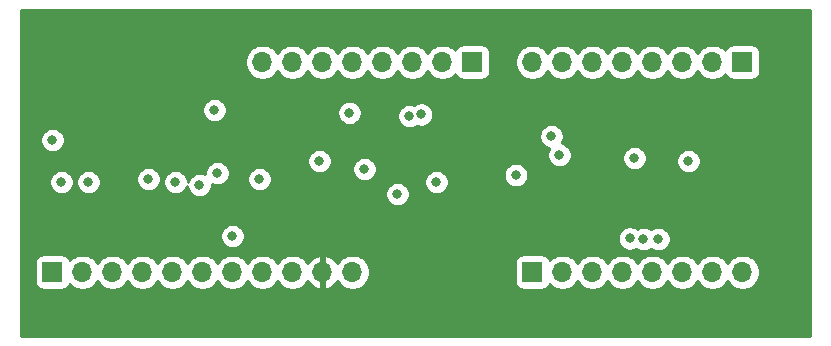
<source format=gbr>
%TF.GenerationSoftware,KiCad,Pcbnew,(5.1.10-1-10_14)*%
%TF.CreationDate,2021-12-11T09:19:18-05:00*%
%TF.ProjectId,control-unit,636f6e74-726f-46c2-9d75-6e69742e6b69,rev?*%
%TF.SameCoordinates,Original*%
%TF.FileFunction,Copper,L2,Inr*%
%TF.FilePolarity,Positive*%
%FSLAX46Y46*%
G04 Gerber Fmt 4.6, Leading zero omitted, Abs format (unit mm)*
G04 Created by KiCad (PCBNEW (5.1.10-1-10_14)) date 2021-12-11 09:19:18*
%MOMM*%
%LPD*%
G01*
G04 APERTURE LIST*
%TA.AperFunction,ComponentPad*%
%ADD10O,1.700000X1.700000*%
%TD*%
%TA.AperFunction,ComponentPad*%
%ADD11R,1.700000X1.700000*%
%TD*%
%TA.AperFunction,ViaPad*%
%ADD12C,0.800000*%
%TD*%
%TA.AperFunction,Conductor*%
%ADD13C,0.254000*%
%TD*%
%TA.AperFunction,Conductor*%
%ADD14C,0.100000*%
%TD*%
G04 APERTURE END LIST*
D10*
%TO.N,B0*%
%TO.C,J4*%
X169164000Y-79756000D03*
%TO.N,B1*%
X171704000Y-79756000D03*
%TO.N,B2*%
X174244000Y-79756000D03*
%TO.N,B3*%
X176784000Y-79756000D03*
%TO.N,B4*%
X179324000Y-79756000D03*
%TO.N,B5*%
X181864000Y-79756000D03*
%TO.N,B6*%
X184404000Y-79756000D03*
D11*
%TO.N,B7*%
X186944000Y-79756000D03*
%TD*%
D10*
%TO.N,A0*%
%TO.C,J3*%
X146304000Y-79756000D03*
%TO.N,A1*%
X148844000Y-79756000D03*
%TO.N,A2*%
X151384000Y-79756000D03*
%TO.N,A3*%
X153924000Y-79756000D03*
%TO.N,A4*%
X156464000Y-79756000D03*
%TO.N,A5*%
X159004000Y-79756000D03*
%TO.N,A6*%
X161544000Y-79756000D03*
D11*
%TO.N,A7*%
X164084000Y-79756000D03*
%TD*%
D10*
%TO.N,VCC*%
%TO.C,J2*%
X153924000Y-97536000D03*
%TO.N,GND*%
X151384000Y-97536000D03*
%TO.N,~LDA*%
X148844000Y-97536000D03*
%TO.N,~A_OUT*%
X146304000Y-97536000D03*
%TO.N,LDB*%
X143764000Y-97536000D03*
%TO.N,~SHL*%
X141224000Y-97536000D03*
%TO.N,~SHR*%
X138684000Y-97536000D03*
%TO.N,~ROR*%
X136144000Y-97536000D03*
%TO.N,~ROL*%
X133604000Y-97536000D03*
%TO.N,CLOCK*%
X131064000Y-97536000D03*
D11*
%TO.N,~RESET*%
X128524000Y-97536000D03*
%TD*%
D10*
%TO.N,BUS0*%
%TO.C,J1*%
X186944000Y-97536000D03*
%TO.N,BUS1*%
X184404000Y-97536000D03*
%TO.N,BUS2*%
X181864000Y-97536000D03*
%TO.N,BUS3*%
X179324000Y-97536000D03*
%TO.N,BUS4*%
X176784000Y-97536000D03*
%TO.N,BUS5*%
X174244000Y-97536000D03*
%TO.N,BUS6*%
X171704000Y-97536000D03*
D11*
%TO.N,BUS7*%
X169164000Y-97536000D03*
%TD*%
D12*
%TO.N,VCC*%
X170756500Y-86037500D03*
X128524000Y-86360000D03*
X142494000Y-89154000D03*
X158750000Y-84328000D03*
X182372000Y-88138004D03*
X136652000Y-89662000D03*
%TO.N,A3*%
X161036000Y-89916000D03*
X151130000Y-88138000D03*
%TO.N,GND*%
X179324000Y-93218000D03*
X182880000Y-89916000D03*
X188091000Y-94611000D03*
X171450000Y-93472000D03*
X168910000Y-93472000D03*
X156399000Y-91375000D03*
X142696249Y-91500922D03*
X140208000Y-84328000D03*
X134942500Y-91762500D03*
X144526000Y-82550000D03*
X157226000Y-82042000D03*
X181610000Y-89408000D03*
X137668000Y-84074000D03*
%TO.N,~LDA*%
X131572000Y-89916000D03*
X129286000Y-89916000D03*
%TO.N,~A_OUT*%
X171450000Y-87630000D03*
%TO.N,A7*%
X142240000Y-83820000D03*
%TO.N,A4*%
X154928970Y-88815979D03*
X159739961Y-84186577D03*
%TO.N,BUS0*%
X179832000Y-94742000D03*
%TO.N,BUS1*%
X178562000Y-94742000D03*
%TO.N,BUS2*%
X177413420Y-94680933D03*
%TO.N,CLOCK*%
X153659500Y-84063500D03*
%TO.N,CISR*%
X143764000Y-94488000D03*
X140970000Y-90170000D03*
%TO.N,~RESET*%
X157734000Y-90932000D03*
X146050000Y-89662000D03*
%TO.N,CISL*%
X138938000Y-89916000D03*
X167750491Y-89323545D03*
%TO.N,LDB*%
X177800000Y-87884000D03*
%TD*%
D13*
%TO.N,GND*%
X192634001Y-102972000D02*
X125882000Y-102972000D01*
X125882000Y-96686000D01*
X127035928Y-96686000D01*
X127035928Y-98386000D01*
X127048188Y-98510482D01*
X127084498Y-98630180D01*
X127143463Y-98740494D01*
X127222815Y-98837185D01*
X127319506Y-98916537D01*
X127429820Y-98975502D01*
X127549518Y-99011812D01*
X127674000Y-99024072D01*
X129374000Y-99024072D01*
X129498482Y-99011812D01*
X129618180Y-98975502D01*
X129728494Y-98916537D01*
X129825185Y-98837185D01*
X129904537Y-98740494D01*
X129963502Y-98630180D01*
X129985513Y-98557620D01*
X130117368Y-98689475D01*
X130360589Y-98851990D01*
X130630842Y-98963932D01*
X130917740Y-99021000D01*
X131210260Y-99021000D01*
X131497158Y-98963932D01*
X131767411Y-98851990D01*
X132010632Y-98689475D01*
X132217475Y-98482632D01*
X132334000Y-98308240D01*
X132450525Y-98482632D01*
X132657368Y-98689475D01*
X132900589Y-98851990D01*
X133170842Y-98963932D01*
X133457740Y-99021000D01*
X133750260Y-99021000D01*
X134037158Y-98963932D01*
X134307411Y-98851990D01*
X134550632Y-98689475D01*
X134757475Y-98482632D01*
X134874000Y-98308240D01*
X134990525Y-98482632D01*
X135197368Y-98689475D01*
X135440589Y-98851990D01*
X135710842Y-98963932D01*
X135997740Y-99021000D01*
X136290260Y-99021000D01*
X136577158Y-98963932D01*
X136847411Y-98851990D01*
X137090632Y-98689475D01*
X137297475Y-98482632D01*
X137414000Y-98308240D01*
X137530525Y-98482632D01*
X137737368Y-98689475D01*
X137980589Y-98851990D01*
X138250842Y-98963932D01*
X138537740Y-99021000D01*
X138830260Y-99021000D01*
X139117158Y-98963932D01*
X139387411Y-98851990D01*
X139630632Y-98689475D01*
X139837475Y-98482632D01*
X139954000Y-98308240D01*
X140070525Y-98482632D01*
X140277368Y-98689475D01*
X140520589Y-98851990D01*
X140790842Y-98963932D01*
X141077740Y-99021000D01*
X141370260Y-99021000D01*
X141657158Y-98963932D01*
X141927411Y-98851990D01*
X142170632Y-98689475D01*
X142377475Y-98482632D01*
X142494000Y-98308240D01*
X142610525Y-98482632D01*
X142817368Y-98689475D01*
X143060589Y-98851990D01*
X143330842Y-98963932D01*
X143617740Y-99021000D01*
X143910260Y-99021000D01*
X144197158Y-98963932D01*
X144467411Y-98851990D01*
X144710632Y-98689475D01*
X144917475Y-98482632D01*
X145034000Y-98308240D01*
X145150525Y-98482632D01*
X145357368Y-98689475D01*
X145600589Y-98851990D01*
X145870842Y-98963932D01*
X146157740Y-99021000D01*
X146450260Y-99021000D01*
X146737158Y-98963932D01*
X147007411Y-98851990D01*
X147250632Y-98689475D01*
X147457475Y-98482632D01*
X147574000Y-98308240D01*
X147690525Y-98482632D01*
X147897368Y-98689475D01*
X148140589Y-98851990D01*
X148410842Y-98963932D01*
X148697740Y-99021000D01*
X148990260Y-99021000D01*
X149277158Y-98963932D01*
X149547411Y-98851990D01*
X149790632Y-98689475D01*
X149997475Y-98482632D01*
X150119195Y-98300466D01*
X150188822Y-98417355D01*
X150383731Y-98633588D01*
X150617080Y-98807641D01*
X150879901Y-98932825D01*
X151027110Y-98977476D01*
X151257000Y-98856155D01*
X151257000Y-97663000D01*
X151237000Y-97663000D01*
X151237000Y-97409000D01*
X151257000Y-97409000D01*
X151257000Y-96215845D01*
X151511000Y-96215845D01*
X151511000Y-97409000D01*
X151531000Y-97409000D01*
X151531000Y-97663000D01*
X151511000Y-97663000D01*
X151511000Y-98856155D01*
X151740890Y-98977476D01*
X151888099Y-98932825D01*
X152150920Y-98807641D01*
X152384269Y-98633588D01*
X152579178Y-98417355D01*
X152648805Y-98300466D01*
X152770525Y-98482632D01*
X152977368Y-98689475D01*
X153220589Y-98851990D01*
X153490842Y-98963932D01*
X153777740Y-99021000D01*
X154070260Y-99021000D01*
X154357158Y-98963932D01*
X154627411Y-98851990D01*
X154870632Y-98689475D01*
X155077475Y-98482632D01*
X155239990Y-98239411D01*
X155351932Y-97969158D01*
X155409000Y-97682260D01*
X155409000Y-97389740D01*
X155351932Y-97102842D01*
X155239990Y-96832589D01*
X155142043Y-96686000D01*
X167675928Y-96686000D01*
X167675928Y-98386000D01*
X167688188Y-98510482D01*
X167724498Y-98630180D01*
X167783463Y-98740494D01*
X167862815Y-98837185D01*
X167959506Y-98916537D01*
X168069820Y-98975502D01*
X168189518Y-99011812D01*
X168314000Y-99024072D01*
X170014000Y-99024072D01*
X170138482Y-99011812D01*
X170258180Y-98975502D01*
X170368494Y-98916537D01*
X170465185Y-98837185D01*
X170544537Y-98740494D01*
X170603502Y-98630180D01*
X170625513Y-98557620D01*
X170757368Y-98689475D01*
X171000589Y-98851990D01*
X171270842Y-98963932D01*
X171557740Y-99021000D01*
X171850260Y-99021000D01*
X172137158Y-98963932D01*
X172407411Y-98851990D01*
X172650632Y-98689475D01*
X172857475Y-98482632D01*
X172974000Y-98308240D01*
X173090525Y-98482632D01*
X173297368Y-98689475D01*
X173540589Y-98851990D01*
X173810842Y-98963932D01*
X174097740Y-99021000D01*
X174390260Y-99021000D01*
X174677158Y-98963932D01*
X174947411Y-98851990D01*
X175190632Y-98689475D01*
X175397475Y-98482632D01*
X175514000Y-98308240D01*
X175630525Y-98482632D01*
X175837368Y-98689475D01*
X176080589Y-98851990D01*
X176350842Y-98963932D01*
X176637740Y-99021000D01*
X176930260Y-99021000D01*
X177217158Y-98963932D01*
X177487411Y-98851990D01*
X177730632Y-98689475D01*
X177937475Y-98482632D01*
X178054000Y-98308240D01*
X178170525Y-98482632D01*
X178377368Y-98689475D01*
X178620589Y-98851990D01*
X178890842Y-98963932D01*
X179177740Y-99021000D01*
X179470260Y-99021000D01*
X179757158Y-98963932D01*
X180027411Y-98851990D01*
X180270632Y-98689475D01*
X180477475Y-98482632D01*
X180594000Y-98308240D01*
X180710525Y-98482632D01*
X180917368Y-98689475D01*
X181160589Y-98851990D01*
X181430842Y-98963932D01*
X181717740Y-99021000D01*
X182010260Y-99021000D01*
X182297158Y-98963932D01*
X182567411Y-98851990D01*
X182810632Y-98689475D01*
X183017475Y-98482632D01*
X183134000Y-98308240D01*
X183250525Y-98482632D01*
X183457368Y-98689475D01*
X183700589Y-98851990D01*
X183970842Y-98963932D01*
X184257740Y-99021000D01*
X184550260Y-99021000D01*
X184837158Y-98963932D01*
X185107411Y-98851990D01*
X185350632Y-98689475D01*
X185557475Y-98482632D01*
X185674000Y-98308240D01*
X185790525Y-98482632D01*
X185997368Y-98689475D01*
X186240589Y-98851990D01*
X186510842Y-98963932D01*
X186797740Y-99021000D01*
X187090260Y-99021000D01*
X187377158Y-98963932D01*
X187647411Y-98851990D01*
X187890632Y-98689475D01*
X188097475Y-98482632D01*
X188259990Y-98239411D01*
X188371932Y-97969158D01*
X188429000Y-97682260D01*
X188429000Y-97389740D01*
X188371932Y-97102842D01*
X188259990Y-96832589D01*
X188097475Y-96589368D01*
X187890632Y-96382525D01*
X187647411Y-96220010D01*
X187377158Y-96108068D01*
X187090260Y-96051000D01*
X186797740Y-96051000D01*
X186510842Y-96108068D01*
X186240589Y-96220010D01*
X185997368Y-96382525D01*
X185790525Y-96589368D01*
X185674000Y-96763760D01*
X185557475Y-96589368D01*
X185350632Y-96382525D01*
X185107411Y-96220010D01*
X184837158Y-96108068D01*
X184550260Y-96051000D01*
X184257740Y-96051000D01*
X183970842Y-96108068D01*
X183700589Y-96220010D01*
X183457368Y-96382525D01*
X183250525Y-96589368D01*
X183134000Y-96763760D01*
X183017475Y-96589368D01*
X182810632Y-96382525D01*
X182567411Y-96220010D01*
X182297158Y-96108068D01*
X182010260Y-96051000D01*
X181717740Y-96051000D01*
X181430842Y-96108068D01*
X181160589Y-96220010D01*
X180917368Y-96382525D01*
X180710525Y-96589368D01*
X180594000Y-96763760D01*
X180477475Y-96589368D01*
X180270632Y-96382525D01*
X180027411Y-96220010D01*
X179757158Y-96108068D01*
X179470260Y-96051000D01*
X179177740Y-96051000D01*
X178890842Y-96108068D01*
X178620589Y-96220010D01*
X178377368Y-96382525D01*
X178170525Y-96589368D01*
X178054000Y-96763760D01*
X177937475Y-96589368D01*
X177730632Y-96382525D01*
X177487411Y-96220010D01*
X177217158Y-96108068D01*
X176930260Y-96051000D01*
X176637740Y-96051000D01*
X176350842Y-96108068D01*
X176080589Y-96220010D01*
X175837368Y-96382525D01*
X175630525Y-96589368D01*
X175514000Y-96763760D01*
X175397475Y-96589368D01*
X175190632Y-96382525D01*
X174947411Y-96220010D01*
X174677158Y-96108068D01*
X174390260Y-96051000D01*
X174097740Y-96051000D01*
X173810842Y-96108068D01*
X173540589Y-96220010D01*
X173297368Y-96382525D01*
X173090525Y-96589368D01*
X172974000Y-96763760D01*
X172857475Y-96589368D01*
X172650632Y-96382525D01*
X172407411Y-96220010D01*
X172137158Y-96108068D01*
X171850260Y-96051000D01*
X171557740Y-96051000D01*
X171270842Y-96108068D01*
X171000589Y-96220010D01*
X170757368Y-96382525D01*
X170625513Y-96514380D01*
X170603502Y-96441820D01*
X170544537Y-96331506D01*
X170465185Y-96234815D01*
X170368494Y-96155463D01*
X170258180Y-96096498D01*
X170138482Y-96060188D01*
X170014000Y-96047928D01*
X168314000Y-96047928D01*
X168189518Y-96060188D01*
X168069820Y-96096498D01*
X167959506Y-96155463D01*
X167862815Y-96234815D01*
X167783463Y-96331506D01*
X167724498Y-96441820D01*
X167688188Y-96561518D01*
X167675928Y-96686000D01*
X155142043Y-96686000D01*
X155077475Y-96589368D01*
X154870632Y-96382525D01*
X154627411Y-96220010D01*
X154357158Y-96108068D01*
X154070260Y-96051000D01*
X153777740Y-96051000D01*
X153490842Y-96108068D01*
X153220589Y-96220010D01*
X152977368Y-96382525D01*
X152770525Y-96589368D01*
X152648805Y-96771534D01*
X152579178Y-96654645D01*
X152384269Y-96438412D01*
X152150920Y-96264359D01*
X151888099Y-96139175D01*
X151740890Y-96094524D01*
X151511000Y-96215845D01*
X151257000Y-96215845D01*
X151027110Y-96094524D01*
X150879901Y-96139175D01*
X150617080Y-96264359D01*
X150383731Y-96438412D01*
X150188822Y-96654645D01*
X150119195Y-96771534D01*
X149997475Y-96589368D01*
X149790632Y-96382525D01*
X149547411Y-96220010D01*
X149277158Y-96108068D01*
X148990260Y-96051000D01*
X148697740Y-96051000D01*
X148410842Y-96108068D01*
X148140589Y-96220010D01*
X147897368Y-96382525D01*
X147690525Y-96589368D01*
X147574000Y-96763760D01*
X147457475Y-96589368D01*
X147250632Y-96382525D01*
X147007411Y-96220010D01*
X146737158Y-96108068D01*
X146450260Y-96051000D01*
X146157740Y-96051000D01*
X145870842Y-96108068D01*
X145600589Y-96220010D01*
X145357368Y-96382525D01*
X145150525Y-96589368D01*
X145034000Y-96763760D01*
X144917475Y-96589368D01*
X144710632Y-96382525D01*
X144467411Y-96220010D01*
X144197158Y-96108068D01*
X143910260Y-96051000D01*
X143617740Y-96051000D01*
X143330842Y-96108068D01*
X143060589Y-96220010D01*
X142817368Y-96382525D01*
X142610525Y-96589368D01*
X142494000Y-96763760D01*
X142377475Y-96589368D01*
X142170632Y-96382525D01*
X141927411Y-96220010D01*
X141657158Y-96108068D01*
X141370260Y-96051000D01*
X141077740Y-96051000D01*
X140790842Y-96108068D01*
X140520589Y-96220010D01*
X140277368Y-96382525D01*
X140070525Y-96589368D01*
X139954000Y-96763760D01*
X139837475Y-96589368D01*
X139630632Y-96382525D01*
X139387411Y-96220010D01*
X139117158Y-96108068D01*
X138830260Y-96051000D01*
X138537740Y-96051000D01*
X138250842Y-96108068D01*
X137980589Y-96220010D01*
X137737368Y-96382525D01*
X137530525Y-96589368D01*
X137414000Y-96763760D01*
X137297475Y-96589368D01*
X137090632Y-96382525D01*
X136847411Y-96220010D01*
X136577158Y-96108068D01*
X136290260Y-96051000D01*
X135997740Y-96051000D01*
X135710842Y-96108068D01*
X135440589Y-96220010D01*
X135197368Y-96382525D01*
X134990525Y-96589368D01*
X134874000Y-96763760D01*
X134757475Y-96589368D01*
X134550632Y-96382525D01*
X134307411Y-96220010D01*
X134037158Y-96108068D01*
X133750260Y-96051000D01*
X133457740Y-96051000D01*
X133170842Y-96108068D01*
X132900589Y-96220010D01*
X132657368Y-96382525D01*
X132450525Y-96589368D01*
X132334000Y-96763760D01*
X132217475Y-96589368D01*
X132010632Y-96382525D01*
X131767411Y-96220010D01*
X131497158Y-96108068D01*
X131210260Y-96051000D01*
X130917740Y-96051000D01*
X130630842Y-96108068D01*
X130360589Y-96220010D01*
X130117368Y-96382525D01*
X129985513Y-96514380D01*
X129963502Y-96441820D01*
X129904537Y-96331506D01*
X129825185Y-96234815D01*
X129728494Y-96155463D01*
X129618180Y-96096498D01*
X129498482Y-96060188D01*
X129374000Y-96047928D01*
X127674000Y-96047928D01*
X127549518Y-96060188D01*
X127429820Y-96096498D01*
X127319506Y-96155463D01*
X127222815Y-96234815D01*
X127143463Y-96331506D01*
X127084498Y-96441820D01*
X127048188Y-96561518D01*
X127035928Y-96686000D01*
X125882000Y-96686000D01*
X125882000Y-94386061D01*
X142729000Y-94386061D01*
X142729000Y-94589939D01*
X142768774Y-94789898D01*
X142846795Y-94978256D01*
X142960063Y-95147774D01*
X143104226Y-95291937D01*
X143273744Y-95405205D01*
X143462102Y-95483226D01*
X143662061Y-95523000D01*
X143865939Y-95523000D01*
X144065898Y-95483226D01*
X144254256Y-95405205D01*
X144423774Y-95291937D01*
X144567937Y-95147774D01*
X144681205Y-94978256D01*
X144759226Y-94789898D01*
X144799000Y-94589939D01*
X144799000Y-94578994D01*
X176378420Y-94578994D01*
X176378420Y-94782872D01*
X176418194Y-94982831D01*
X176496215Y-95171189D01*
X176609483Y-95340707D01*
X176753646Y-95484870D01*
X176923164Y-95598138D01*
X177111522Y-95676159D01*
X177311481Y-95715933D01*
X177515359Y-95715933D01*
X177715318Y-95676159D01*
X177903676Y-95598138D01*
X177942013Y-95572522D01*
X178071744Y-95659205D01*
X178260102Y-95737226D01*
X178460061Y-95777000D01*
X178663939Y-95777000D01*
X178863898Y-95737226D01*
X179052256Y-95659205D01*
X179197000Y-95562490D01*
X179341744Y-95659205D01*
X179530102Y-95737226D01*
X179730061Y-95777000D01*
X179933939Y-95777000D01*
X180133898Y-95737226D01*
X180322256Y-95659205D01*
X180491774Y-95545937D01*
X180635937Y-95401774D01*
X180749205Y-95232256D01*
X180827226Y-95043898D01*
X180867000Y-94843939D01*
X180867000Y-94640061D01*
X180827226Y-94440102D01*
X180749205Y-94251744D01*
X180635937Y-94082226D01*
X180491774Y-93938063D01*
X180322256Y-93824795D01*
X180133898Y-93746774D01*
X179933939Y-93707000D01*
X179730061Y-93707000D01*
X179530102Y-93746774D01*
X179341744Y-93824795D01*
X179197000Y-93921510D01*
X179052256Y-93824795D01*
X178863898Y-93746774D01*
X178663939Y-93707000D01*
X178460061Y-93707000D01*
X178260102Y-93746774D01*
X178071744Y-93824795D01*
X178033407Y-93850411D01*
X177903676Y-93763728D01*
X177715318Y-93685707D01*
X177515359Y-93645933D01*
X177311481Y-93645933D01*
X177111522Y-93685707D01*
X176923164Y-93763728D01*
X176753646Y-93876996D01*
X176609483Y-94021159D01*
X176496215Y-94190677D01*
X176418194Y-94379035D01*
X176378420Y-94578994D01*
X144799000Y-94578994D01*
X144799000Y-94386061D01*
X144759226Y-94186102D01*
X144681205Y-93997744D01*
X144567937Y-93828226D01*
X144423774Y-93684063D01*
X144254256Y-93570795D01*
X144065898Y-93492774D01*
X143865939Y-93453000D01*
X143662061Y-93453000D01*
X143462102Y-93492774D01*
X143273744Y-93570795D01*
X143104226Y-93684063D01*
X142960063Y-93828226D01*
X142846795Y-93997744D01*
X142768774Y-94186102D01*
X142729000Y-94386061D01*
X125882000Y-94386061D01*
X125882000Y-89814061D01*
X128251000Y-89814061D01*
X128251000Y-90017939D01*
X128290774Y-90217898D01*
X128368795Y-90406256D01*
X128482063Y-90575774D01*
X128626226Y-90719937D01*
X128795744Y-90833205D01*
X128984102Y-90911226D01*
X129184061Y-90951000D01*
X129387939Y-90951000D01*
X129587898Y-90911226D01*
X129776256Y-90833205D01*
X129945774Y-90719937D01*
X130089937Y-90575774D01*
X130203205Y-90406256D01*
X130281226Y-90217898D01*
X130321000Y-90017939D01*
X130321000Y-89814061D01*
X130537000Y-89814061D01*
X130537000Y-90017939D01*
X130576774Y-90217898D01*
X130654795Y-90406256D01*
X130768063Y-90575774D01*
X130912226Y-90719937D01*
X131081744Y-90833205D01*
X131270102Y-90911226D01*
X131470061Y-90951000D01*
X131673939Y-90951000D01*
X131873898Y-90911226D01*
X132062256Y-90833205D01*
X132231774Y-90719937D01*
X132375937Y-90575774D01*
X132489205Y-90406256D01*
X132567226Y-90217898D01*
X132607000Y-90017939D01*
X132607000Y-89814061D01*
X132567226Y-89614102D01*
X132544842Y-89560061D01*
X135617000Y-89560061D01*
X135617000Y-89763939D01*
X135656774Y-89963898D01*
X135734795Y-90152256D01*
X135848063Y-90321774D01*
X135992226Y-90465937D01*
X136161744Y-90579205D01*
X136350102Y-90657226D01*
X136550061Y-90697000D01*
X136753939Y-90697000D01*
X136953898Y-90657226D01*
X137142256Y-90579205D01*
X137311774Y-90465937D01*
X137455937Y-90321774D01*
X137569205Y-90152256D01*
X137647226Y-89963898D01*
X137677030Y-89814061D01*
X137903000Y-89814061D01*
X137903000Y-90017939D01*
X137942774Y-90217898D01*
X138020795Y-90406256D01*
X138134063Y-90575774D01*
X138278226Y-90719937D01*
X138447744Y-90833205D01*
X138636102Y-90911226D01*
X138836061Y-90951000D01*
X139039939Y-90951000D01*
X139239898Y-90911226D01*
X139428256Y-90833205D01*
X139597774Y-90719937D01*
X139741937Y-90575774D01*
X139855205Y-90406256D01*
X139933226Y-90217898D01*
X139935000Y-90208979D01*
X139935000Y-90271939D01*
X139974774Y-90471898D01*
X140052795Y-90660256D01*
X140166063Y-90829774D01*
X140310226Y-90973937D01*
X140479744Y-91087205D01*
X140668102Y-91165226D01*
X140868061Y-91205000D01*
X141071939Y-91205000D01*
X141271898Y-91165226D01*
X141460256Y-91087205D01*
X141629774Y-90973937D01*
X141773650Y-90830061D01*
X156699000Y-90830061D01*
X156699000Y-91033939D01*
X156738774Y-91233898D01*
X156816795Y-91422256D01*
X156930063Y-91591774D01*
X157074226Y-91735937D01*
X157243744Y-91849205D01*
X157432102Y-91927226D01*
X157632061Y-91967000D01*
X157835939Y-91967000D01*
X158035898Y-91927226D01*
X158224256Y-91849205D01*
X158393774Y-91735937D01*
X158537937Y-91591774D01*
X158651205Y-91422256D01*
X158729226Y-91233898D01*
X158769000Y-91033939D01*
X158769000Y-90830061D01*
X158729226Y-90630102D01*
X158651205Y-90441744D01*
X158537937Y-90272226D01*
X158393774Y-90128063D01*
X158224256Y-90014795D01*
X158035898Y-89936774D01*
X157835939Y-89897000D01*
X157632061Y-89897000D01*
X157432102Y-89936774D01*
X157243744Y-90014795D01*
X157074226Y-90128063D01*
X156930063Y-90272226D01*
X156816795Y-90441744D01*
X156738774Y-90630102D01*
X156699000Y-90830061D01*
X141773650Y-90830061D01*
X141773937Y-90829774D01*
X141887205Y-90660256D01*
X141965226Y-90471898D01*
X142005000Y-90271939D01*
X142005000Y-90071725D01*
X142192102Y-90149226D01*
X142392061Y-90189000D01*
X142595939Y-90189000D01*
X142795898Y-90149226D01*
X142984256Y-90071205D01*
X143153774Y-89957937D01*
X143297937Y-89813774D01*
X143411205Y-89644256D01*
X143446079Y-89560061D01*
X145015000Y-89560061D01*
X145015000Y-89763939D01*
X145054774Y-89963898D01*
X145132795Y-90152256D01*
X145246063Y-90321774D01*
X145390226Y-90465937D01*
X145559744Y-90579205D01*
X145748102Y-90657226D01*
X145948061Y-90697000D01*
X146151939Y-90697000D01*
X146351898Y-90657226D01*
X146540256Y-90579205D01*
X146709774Y-90465937D01*
X146853937Y-90321774D01*
X146967205Y-90152256D01*
X147045226Y-89963898D01*
X147085000Y-89763939D01*
X147085000Y-89560061D01*
X147045226Y-89360102D01*
X146967205Y-89171744D01*
X146853937Y-89002226D01*
X146709774Y-88858063D01*
X146540256Y-88744795D01*
X146351898Y-88666774D01*
X146151939Y-88627000D01*
X145948061Y-88627000D01*
X145748102Y-88666774D01*
X145559744Y-88744795D01*
X145390226Y-88858063D01*
X145246063Y-89002226D01*
X145132795Y-89171744D01*
X145054774Y-89360102D01*
X145015000Y-89560061D01*
X143446079Y-89560061D01*
X143489226Y-89455898D01*
X143529000Y-89255939D01*
X143529000Y-89052061D01*
X143489226Y-88852102D01*
X143411205Y-88663744D01*
X143297937Y-88494226D01*
X143153774Y-88350063D01*
X142984256Y-88236795D01*
X142795898Y-88158774D01*
X142595939Y-88119000D01*
X142392061Y-88119000D01*
X142192102Y-88158774D01*
X142003744Y-88236795D01*
X141834226Y-88350063D01*
X141690063Y-88494226D01*
X141576795Y-88663744D01*
X141498774Y-88852102D01*
X141459000Y-89052061D01*
X141459000Y-89252275D01*
X141271898Y-89174774D01*
X141071939Y-89135000D01*
X140868061Y-89135000D01*
X140668102Y-89174774D01*
X140479744Y-89252795D01*
X140310226Y-89366063D01*
X140166063Y-89510226D01*
X140052795Y-89679744D01*
X139974774Y-89868102D01*
X139973000Y-89877021D01*
X139973000Y-89814061D01*
X139933226Y-89614102D01*
X139855205Y-89425744D01*
X139741937Y-89256226D01*
X139597774Y-89112063D01*
X139428256Y-88998795D01*
X139239898Y-88920774D01*
X139039939Y-88881000D01*
X138836061Y-88881000D01*
X138636102Y-88920774D01*
X138447744Y-88998795D01*
X138278226Y-89112063D01*
X138134063Y-89256226D01*
X138020795Y-89425744D01*
X137942774Y-89614102D01*
X137903000Y-89814061D01*
X137677030Y-89814061D01*
X137687000Y-89763939D01*
X137687000Y-89560061D01*
X137647226Y-89360102D01*
X137569205Y-89171744D01*
X137455937Y-89002226D01*
X137311774Y-88858063D01*
X137142256Y-88744795D01*
X136953898Y-88666774D01*
X136753939Y-88627000D01*
X136550061Y-88627000D01*
X136350102Y-88666774D01*
X136161744Y-88744795D01*
X135992226Y-88858063D01*
X135848063Y-89002226D01*
X135734795Y-89171744D01*
X135656774Y-89360102D01*
X135617000Y-89560061D01*
X132544842Y-89560061D01*
X132489205Y-89425744D01*
X132375937Y-89256226D01*
X132231774Y-89112063D01*
X132062256Y-88998795D01*
X131873898Y-88920774D01*
X131673939Y-88881000D01*
X131470061Y-88881000D01*
X131270102Y-88920774D01*
X131081744Y-88998795D01*
X130912226Y-89112063D01*
X130768063Y-89256226D01*
X130654795Y-89425744D01*
X130576774Y-89614102D01*
X130537000Y-89814061D01*
X130321000Y-89814061D01*
X130281226Y-89614102D01*
X130203205Y-89425744D01*
X130089937Y-89256226D01*
X129945774Y-89112063D01*
X129776256Y-88998795D01*
X129587898Y-88920774D01*
X129387939Y-88881000D01*
X129184061Y-88881000D01*
X128984102Y-88920774D01*
X128795744Y-88998795D01*
X128626226Y-89112063D01*
X128482063Y-89256226D01*
X128368795Y-89425744D01*
X128290774Y-89614102D01*
X128251000Y-89814061D01*
X125882000Y-89814061D01*
X125882000Y-88036061D01*
X150095000Y-88036061D01*
X150095000Y-88239939D01*
X150134774Y-88439898D01*
X150212795Y-88628256D01*
X150326063Y-88797774D01*
X150470226Y-88941937D01*
X150639744Y-89055205D01*
X150828102Y-89133226D01*
X151028061Y-89173000D01*
X151231939Y-89173000D01*
X151431898Y-89133226D01*
X151620256Y-89055205D01*
X151789774Y-88941937D01*
X151933937Y-88797774D01*
X151989886Y-88714040D01*
X153893970Y-88714040D01*
X153893970Y-88917918D01*
X153933744Y-89117877D01*
X154011765Y-89306235D01*
X154125033Y-89475753D01*
X154269196Y-89619916D01*
X154438714Y-89733184D01*
X154627072Y-89811205D01*
X154827031Y-89850979D01*
X155030909Y-89850979D01*
X155216509Y-89814061D01*
X160001000Y-89814061D01*
X160001000Y-90017939D01*
X160040774Y-90217898D01*
X160118795Y-90406256D01*
X160232063Y-90575774D01*
X160376226Y-90719937D01*
X160545744Y-90833205D01*
X160734102Y-90911226D01*
X160934061Y-90951000D01*
X161137939Y-90951000D01*
X161337898Y-90911226D01*
X161526256Y-90833205D01*
X161695774Y-90719937D01*
X161839937Y-90575774D01*
X161953205Y-90406256D01*
X162031226Y-90217898D01*
X162071000Y-90017939D01*
X162071000Y-89814061D01*
X162031226Y-89614102D01*
X161953205Y-89425744D01*
X161839937Y-89256226D01*
X161805317Y-89221606D01*
X166715491Y-89221606D01*
X166715491Y-89425484D01*
X166755265Y-89625443D01*
X166833286Y-89813801D01*
X166946554Y-89983319D01*
X167090717Y-90127482D01*
X167260235Y-90240750D01*
X167448593Y-90318771D01*
X167648552Y-90358545D01*
X167852430Y-90358545D01*
X168052389Y-90318771D01*
X168240747Y-90240750D01*
X168410265Y-90127482D01*
X168554428Y-89983319D01*
X168667696Y-89813801D01*
X168745717Y-89625443D01*
X168785491Y-89425484D01*
X168785491Y-89221606D01*
X168745717Y-89021647D01*
X168667696Y-88833289D01*
X168554428Y-88663771D01*
X168410265Y-88519608D01*
X168240747Y-88406340D01*
X168052389Y-88328319D01*
X167852430Y-88288545D01*
X167648552Y-88288545D01*
X167448593Y-88328319D01*
X167260235Y-88406340D01*
X167090717Y-88519608D01*
X166946554Y-88663771D01*
X166833286Y-88833289D01*
X166755265Y-89021647D01*
X166715491Y-89221606D01*
X161805317Y-89221606D01*
X161695774Y-89112063D01*
X161526256Y-88998795D01*
X161337898Y-88920774D01*
X161137939Y-88881000D01*
X160934061Y-88881000D01*
X160734102Y-88920774D01*
X160545744Y-88998795D01*
X160376226Y-89112063D01*
X160232063Y-89256226D01*
X160118795Y-89425744D01*
X160040774Y-89614102D01*
X160001000Y-89814061D01*
X155216509Y-89814061D01*
X155230868Y-89811205D01*
X155419226Y-89733184D01*
X155588744Y-89619916D01*
X155732907Y-89475753D01*
X155846175Y-89306235D01*
X155924196Y-89117877D01*
X155963970Y-88917918D01*
X155963970Y-88714040D01*
X155924196Y-88514081D01*
X155846175Y-88325723D01*
X155732907Y-88156205D01*
X155588744Y-88012042D01*
X155419226Y-87898774D01*
X155230868Y-87820753D01*
X155030909Y-87780979D01*
X154827031Y-87780979D01*
X154627072Y-87820753D01*
X154438714Y-87898774D01*
X154269196Y-88012042D01*
X154125033Y-88156205D01*
X154011765Y-88325723D01*
X153933744Y-88514081D01*
X153893970Y-88714040D01*
X151989886Y-88714040D01*
X152047205Y-88628256D01*
X152125226Y-88439898D01*
X152165000Y-88239939D01*
X152165000Y-88036061D01*
X152125226Y-87836102D01*
X152047205Y-87647744D01*
X151933937Y-87478226D01*
X151789774Y-87334063D01*
X151620256Y-87220795D01*
X151431898Y-87142774D01*
X151231939Y-87103000D01*
X151028061Y-87103000D01*
X150828102Y-87142774D01*
X150639744Y-87220795D01*
X150470226Y-87334063D01*
X150326063Y-87478226D01*
X150212795Y-87647744D01*
X150134774Y-87836102D01*
X150095000Y-88036061D01*
X125882000Y-88036061D01*
X125882000Y-86258061D01*
X127489000Y-86258061D01*
X127489000Y-86461939D01*
X127528774Y-86661898D01*
X127606795Y-86850256D01*
X127720063Y-87019774D01*
X127864226Y-87163937D01*
X128033744Y-87277205D01*
X128222102Y-87355226D01*
X128422061Y-87395000D01*
X128625939Y-87395000D01*
X128825898Y-87355226D01*
X129014256Y-87277205D01*
X129183774Y-87163937D01*
X129327937Y-87019774D01*
X129441205Y-86850256D01*
X129519226Y-86661898D01*
X129559000Y-86461939D01*
X129559000Y-86258061D01*
X129519226Y-86058102D01*
X129468468Y-85935561D01*
X169721500Y-85935561D01*
X169721500Y-86139439D01*
X169761274Y-86339398D01*
X169839295Y-86527756D01*
X169952563Y-86697274D01*
X170096726Y-86841437D01*
X170266244Y-86954705D01*
X170454602Y-87032726D01*
X170586740Y-87059010D01*
X170532795Y-87139744D01*
X170454774Y-87328102D01*
X170415000Y-87528061D01*
X170415000Y-87731939D01*
X170454774Y-87931898D01*
X170532795Y-88120256D01*
X170646063Y-88289774D01*
X170790226Y-88433937D01*
X170959744Y-88547205D01*
X171148102Y-88625226D01*
X171348061Y-88665000D01*
X171551939Y-88665000D01*
X171751898Y-88625226D01*
X171940256Y-88547205D01*
X172109774Y-88433937D01*
X172253937Y-88289774D01*
X172367205Y-88120256D01*
X172445226Y-87931898D01*
X172475030Y-87782061D01*
X176765000Y-87782061D01*
X176765000Y-87985939D01*
X176804774Y-88185898D01*
X176882795Y-88374256D01*
X176996063Y-88543774D01*
X177140226Y-88687937D01*
X177309744Y-88801205D01*
X177498102Y-88879226D01*
X177698061Y-88919000D01*
X177901939Y-88919000D01*
X178101898Y-88879226D01*
X178290256Y-88801205D01*
X178459774Y-88687937D01*
X178603937Y-88543774D01*
X178717205Y-88374256D01*
X178795226Y-88185898D01*
X178825029Y-88036065D01*
X181337000Y-88036065D01*
X181337000Y-88239943D01*
X181376774Y-88439902D01*
X181454795Y-88628260D01*
X181568063Y-88797778D01*
X181712226Y-88941941D01*
X181881744Y-89055209D01*
X182070102Y-89133230D01*
X182270061Y-89173004D01*
X182473939Y-89173004D01*
X182673898Y-89133230D01*
X182862256Y-89055209D01*
X183031774Y-88941941D01*
X183175937Y-88797778D01*
X183289205Y-88628260D01*
X183367226Y-88439902D01*
X183407000Y-88239943D01*
X183407000Y-88036065D01*
X183367226Y-87836106D01*
X183289205Y-87647748D01*
X183175937Y-87478230D01*
X183031774Y-87334067D01*
X182862256Y-87220799D01*
X182673898Y-87142778D01*
X182473939Y-87103004D01*
X182270061Y-87103004D01*
X182070102Y-87142778D01*
X181881744Y-87220799D01*
X181712226Y-87334067D01*
X181568063Y-87478230D01*
X181454795Y-87647748D01*
X181376774Y-87836106D01*
X181337000Y-88036065D01*
X178825029Y-88036065D01*
X178835000Y-87985939D01*
X178835000Y-87782061D01*
X178795226Y-87582102D01*
X178717205Y-87393744D01*
X178603937Y-87224226D01*
X178459774Y-87080063D01*
X178290256Y-86966795D01*
X178101898Y-86888774D01*
X177901939Y-86849000D01*
X177698061Y-86849000D01*
X177498102Y-86888774D01*
X177309744Y-86966795D01*
X177140226Y-87080063D01*
X176996063Y-87224226D01*
X176882795Y-87393744D01*
X176804774Y-87582102D01*
X176765000Y-87782061D01*
X172475030Y-87782061D01*
X172485000Y-87731939D01*
X172485000Y-87528061D01*
X172445226Y-87328102D01*
X172367205Y-87139744D01*
X172253937Y-86970226D01*
X172109774Y-86826063D01*
X171940256Y-86712795D01*
X171751898Y-86634774D01*
X171619760Y-86608490D01*
X171673705Y-86527756D01*
X171751726Y-86339398D01*
X171791500Y-86139439D01*
X171791500Y-85935561D01*
X171751726Y-85735602D01*
X171673705Y-85547244D01*
X171560437Y-85377726D01*
X171416274Y-85233563D01*
X171246756Y-85120295D01*
X171058398Y-85042274D01*
X170858439Y-85002500D01*
X170654561Y-85002500D01*
X170454602Y-85042274D01*
X170266244Y-85120295D01*
X170096726Y-85233563D01*
X169952563Y-85377726D01*
X169839295Y-85547244D01*
X169761274Y-85735602D01*
X169721500Y-85935561D01*
X129468468Y-85935561D01*
X129441205Y-85869744D01*
X129327937Y-85700226D01*
X129183774Y-85556063D01*
X129014256Y-85442795D01*
X128825898Y-85364774D01*
X128625939Y-85325000D01*
X128422061Y-85325000D01*
X128222102Y-85364774D01*
X128033744Y-85442795D01*
X127864226Y-85556063D01*
X127720063Y-85700226D01*
X127606795Y-85869744D01*
X127528774Y-86058102D01*
X127489000Y-86258061D01*
X125882000Y-86258061D01*
X125882000Y-83718061D01*
X141205000Y-83718061D01*
X141205000Y-83921939D01*
X141244774Y-84121898D01*
X141322795Y-84310256D01*
X141436063Y-84479774D01*
X141580226Y-84623937D01*
X141749744Y-84737205D01*
X141938102Y-84815226D01*
X142138061Y-84855000D01*
X142341939Y-84855000D01*
X142541898Y-84815226D01*
X142730256Y-84737205D01*
X142899774Y-84623937D01*
X143043937Y-84479774D01*
X143157205Y-84310256D01*
X143235226Y-84121898D01*
X143267118Y-83961561D01*
X152624500Y-83961561D01*
X152624500Y-84165439D01*
X152664274Y-84365398D01*
X152742295Y-84553756D01*
X152855563Y-84723274D01*
X152999726Y-84867437D01*
X153169244Y-84980705D01*
X153357602Y-85058726D01*
X153557561Y-85098500D01*
X153761439Y-85098500D01*
X153961398Y-85058726D01*
X154149756Y-84980705D01*
X154319274Y-84867437D01*
X154463437Y-84723274D01*
X154576705Y-84553756D01*
X154654726Y-84365398D01*
X154682441Y-84226061D01*
X157715000Y-84226061D01*
X157715000Y-84429939D01*
X157754774Y-84629898D01*
X157832795Y-84818256D01*
X157946063Y-84987774D01*
X158090226Y-85131937D01*
X158259744Y-85245205D01*
X158448102Y-85323226D01*
X158648061Y-85363000D01*
X158851939Y-85363000D01*
X159051898Y-85323226D01*
X159240256Y-85245205D01*
X159374530Y-85155486D01*
X159438063Y-85181803D01*
X159638022Y-85221577D01*
X159841900Y-85221577D01*
X160041859Y-85181803D01*
X160230217Y-85103782D01*
X160399735Y-84990514D01*
X160543898Y-84846351D01*
X160657166Y-84676833D01*
X160735187Y-84488475D01*
X160774961Y-84288516D01*
X160774961Y-84084638D01*
X160735187Y-83884679D01*
X160657166Y-83696321D01*
X160543898Y-83526803D01*
X160399735Y-83382640D01*
X160230217Y-83269372D01*
X160041859Y-83191351D01*
X159841900Y-83151577D01*
X159638022Y-83151577D01*
X159438063Y-83191351D01*
X159249705Y-83269372D01*
X159115431Y-83359091D01*
X159051898Y-83332774D01*
X158851939Y-83293000D01*
X158648061Y-83293000D01*
X158448102Y-83332774D01*
X158259744Y-83410795D01*
X158090226Y-83524063D01*
X157946063Y-83668226D01*
X157832795Y-83837744D01*
X157754774Y-84026102D01*
X157715000Y-84226061D01*
X154682441Y-84226061D01*
X154694500Y-84165439D01*
X154694500Y-83961561D01*
X154654726Y-83761602D01*
X154576705Y-83573244D01*
X154463437Y-83403726D01*
X154319274Y-83259563D01*
X154149756Y-83146295D01*
X153961398Y-83068274D01*
X153761439Y-83028500D01*
X153557561Y-83028500D01*
X153357602Y-83068274D01*
X153169244Y-83146295D01*
X152999726Y-83259563D01*
X152855563Y-83403726D01*
X152742295Y-83573244D01*
X152664274Y-83761602D01*
X152624500Y-83961561D01*
X143267118Y-83961561D01*
X143275000Y-83921939D01*
X143275000Y-83718061D01*
X143235226Y-83518102D01*
X143157205Y-83329744D01*
X143043937Y-83160226D01*
X142899774Y-83016063D01*
X142730256Y-82902795D01*
X142541898Y-82824774D01*
X142341939Y-82785000D01*
X142138061Y-82785000D01*
X141938102Y-82824774D01*
X141749744Y-82902795D01*
X141580226Y-83016063D01*
X141436063Y-83160226D01*
X141322795Y-83329744D01*
X141244774Y-83518102D01*
X141205000Y-83718061D01*
X125882000Y-83718061D01*
X125882000Y-79609740D01*
X144819000Y-79609740D01*
X144819000Y-79902260D01*
X144876068Y-80189158D01*
X144988010Y-80459411D01*
X145150525Y-80702632D01*
X145357368Y-80909475D01*
X145600589Y-81071990D01*
X145870842Y-81183932D01*
X146157740Y-81241000D01*
X146450260Y-81241000D01*
X146737158Y-81183932D01*
X147007411Y-81071990D01*
X147250632Y-80909475D01*
X147457475Y-80702632D01*
X147574000Y-80528240D01*
X147690525Y-80702632D01*
X147897368Y-80909475D01*
X148140589Y-81071990D01*
X148410842Y-81183932D01*
X148697740Y-81241000D01*
X148990260Y-81241000D01*
X149277158Y-81183932D01*
X149547411Y-81071990D01*
X149790632Y-80909475D01*
X149997475Y-80702632D01*
X150114000Y-80528240D01*
X150230525Y-80702632D01*
X150437368Y-80909475D01*
X150680589Y-81071990D01*
X150950842Y-81183932D01*
X151237740Y-81241000D01*
X151530260Y-81241000D01*
X151817158Y-81183932D01*
X152087411Y-81071990D01*
X152330632Y-80909475D01*
X152537475Y-80702632D01*
X152654000Y-80528240D01*
X152770525Y-80702632D01*
X152977368Y-80909475D01*
X153220589Y-81071990D01*
X153490842Y-81183932D01*
X153777740Y-81241000D01*
X154070260Y-81241000D01*
X154357158Y-81183932D01*
X154627411Y-81071990D01*
X154870632Y-80909475D01*
X155077475Y-80702632D01*
X155194000Y-80528240D01*
X155310525Y-80702632D01*
X155517368Y-80909475D01*
X155760589Y-81071990D01*
X156030842Y-81183932D01*
X156317740Y-81241000D01*
X156610260Y-81241000D01*
X156897158Y-81183932D01*
X157167411Y-81071990D01*
X157410632Y-80909475D01*
X157617475Y-80702632D01*
X157734000Y-80528240D01*
X157850525Y-80702632D01*
X158057368Y-80909475D01*
X158300589Y-81071990D01*
X158570842Y-81183932D01*
X158857740Y-81241000D01*
X159150260Y-81241000D01*
X159437158Y-81183932D01*
X159707411Y-81071990D01*
X159950632Y-80909475D01*
X160157475Y-80702632D01*
X160274000Y-80528240D01*
X160390525Y-80702632D01*
X160597368Y-80909475D01*
X160840589Y-81071990D01*
X161110842Y-81183932D01*
X161397740Y-81241000D01*
X161690260Y-81241000D01*
X161977158Y-81183932D01*
X162247411Y-81071990D01*
X162490632Y-80909475D01*
X162622487Y-80777620D01*
X162644498Y-80850180D01*
X162703463Y-80960494D01*
X162782815Y-81057185D01*
X162879506Y-81136537D01*
X162989820Y-81195502D01*
X163109518Y-81231812D01*
X163234000Y-81244072D01*
X164934000Y-81244072D01*
X165058482Y-81231812D01*
X165178180Y-81195502D01*
X165288494Y-81136537D01*
X165385185Y-81057185D01*
X165464537Y-80960494D01*
X165523502Y-80850180D01*
X165559812Y-80730482D01*
X165572072Y-80606000D01*
X165572072Y-79609740D01*
X167679000Y-79609740D01*
X167679000Y-79902260D01*
X167736068Y-80189158D01*
X167848010Y-80459411D01*
X168010525Y-80702632D01*
X168217368Y-80909475D01*
X168460589Y-81071990D01*
X168730842Y-81183932D01*
X169017740Y-81241000D01*
X169310260Y-81241000D01*
X169597158Y-81183932D01*
X169867411Y-81071990D01*
X170110632Y-80909475D01*
X170317475Y-80702632D01*
X170434000Y-80528240D01*
X170550525Y-80702632D01*
X170757368Y-80909475D01*
X171000589Y-81071990D01*
X171270842Y-81183932D01*
X171557740Y-81241000D01*
X171850260Y-81241000D01*
X172137158Y-81183932D01*
X172407411Y-81071990D01*
X172650632Y-80909475D01*
X172857475Y-80702632D01*
X172974000Y-80528240D01*
X173090525Y-80702632D01*
X173297368Y-80909475D01*
X173540589Y-81071990D01*
X173810842Y-81183932D01*
X174097740Y-81241000D01*
X174390260Y-81241000D01*
X174677158Y-81183932D01*
X174947411Y-81071990D01*
X175190632Y-80909475D01*
X175397475Y-80702632D01*
X175514000Y-80528240D01*
X175630525Y-80702632D01*
X175837368Y-80909475D01*
X176080589Y-81071990D01*
X176350842Y-81183932D01*
X176637740Y-81241000D01*
X176930260Y-81241000D01*
X177217158Y-81183932D01*
X177487411Y-81071990D01*
X177730632Y-80909475D01*
X177937475Y-80702632D01*
X178054000Y-80528240D01*
X178170525Y-80702632D01*
X178377368Y-80909475D01*
X178620589Y-81071990D01*
X178890842Y-81183932D01*
X179177740Y-81241000D01*
X179470260Y-81241000D01*
X179757158Y-81183932D01*
X180027411Y-81071990D01*
X180270632Y-80909475D01*
X180477475Y-80702632D01*
X180594000Y-80528240D01*
X180710525Y-80702632D01*
X180917368Y-80909475D01*
X181160589Y-81071990D01*
X181430842Y-81183932D01*
X181717740Y-81241000D01*
X182010260Y-81241000D01*
X182297158Y-81183932D01*
X182567411Y-81071990D01*
X182810632Y-80909475D01*
X183017475Y-80702632D01*
X183134000Y-80528240D01*
X183250525Y-80702632D01*
X183457368Y-80909475D01*
X183700589Y-81071990D01*
X183970842Y-81183932D01*
X184257740Y-81241000D01*
X184550260Y-81241000D01*
X184837158Y-81183932D01*
X185107411Y-81071990D01*
X185350632Y-80909475D01*
X185482487Y-80777620D01*
X185504498Y-80850180D01*
X185563463Y-80960494D01*
X185642815Y-81057185D01*
X185739506Y-81136537D01*
X185849820Y-81195502D01*
X185969518Y-81231812D01*
X186094000Y-81244072D01*
X187794000Y-81244072D01*
X187918482Y-81231812D01*
X188038180Y-81195502D01*
X188148494Y-81136537D01*
X188245185Y-81057185D01*
X188324537Y-80960494D01*
X188383502Y-80850180D01*
X188419812Y-80730482D01*
X188432072Y-80606000D01*
X188432072Y-78906000D01*
X188419812Y-78781518D01*
X188383502Y-78661820D01*
X188324537Y-78551506D01*
X188245185Y-78454815D01*
X188148494Y-78375463D01*
X188038180Y-78316498D01*
X187918482Y-78280188D01*
X187794000Y-78267928D01*
X186094000Y-78267928D01*
X185969518Y-78280188D01*
X185849820Y-78316498D01*
X185739506Y-78375463D01*
X185642815Y-78454815D01*
X185563463Y-78551506D01*
X185504498Y-78661820D01*
X185482487Y-78734380D01*
X185350632Y-78602525D01*
X185107411Y-78440010D01*
X184837158Y-78328068D01*
X184550260Y-78271000D01*
X184257740Y-78271000D01*
X183970842Y-78328068D01*
X183700589Y-78440010D01*
X183457368Y-78602525D01*
X183250525Y-78809368D01*
X183134000Y-78983760D01*
X183017475Y-78809368D01*
X182810632Y-78602525D01*
X182567411Y-78440010D01*
X182297158Y-78328068D01*
X182010260Y-78271000D01*
X181717740Y-78271000D01*
X181430842Y-78328068D01*
X181160589Y-78440010D01*
X180917368Y-78602525D01*
X180710525Y-78809368D01*
X180594000Y-78983760D01*
X180477475Y-78809368D01*
X180270632Y-78602525D01*
X180027411Y-78440010D01*
X179757158Y-78328068D01*
X179470260Y-78271000D01*
X179177740Y-78271000D01*
X178890842Y-78328068D01*
X178620589Y-78440010D01*
X178377368Y-78602525D01*
X178170525Y-78809368D01*
X178054000Y-78983760D01*
X177937475Y-78809368D01*
X177730632Y-78602525D01*
X177487411Y-78440010D01*
X177217158Y-78328068D01*
X176930260Y-78271000D01*
X176637740Y-78271000D01*
X176350842Y-78328068D01*
X176080589Y-78440010D01*
X175837368Y-78602525D01*
X175630525Y-78809368D01*
X175514000Y-78983760D01*
X175397475Y-78809368D01*
X175190632Y-78602525D01*
X174947411Y-78440010D01*
X174677158Y-78328068D01*
X174390260Y-78271000D01*
X174097740Y-78271000D01*
X173810842Y-78328068D01*
X173540589Y-78440010D01*
X173297368Y-78602525D01*
X173090525Y-78809368D01*
X172974000Y-78983760D01*
X172857475Y-78809368D01*
X172650632Y-78602525D01*
X172407411Y-78440010D01*
X172137158Y-78328068D01*
X171850260Y-78271000D01*
X171557740Y-78271000D01*
X171270842Y-78328068D01*
X171000589Y-78440010D01*
X170757368Y-78602525D01*
X170550525Y-78809368D01*
X170434000Y-78983760D01*
X170317475Y-78809368D01*
X170110632Y-78602525D01*
X169867411Y-78440010D01*
X169597158Y-78328068D01*
X169310260Y-78271000D01*
X169017740Y-78271000D01*
X168730842Y-78328068D01*
X168460589Y-78440010D01*
X168217368Y-78602525D01*
X168010525Y-78809368D01*
X167848010Y-79052589D01*
X167736068Y-79322842D01*
X167679000Y-79609740D01*
X165572072Y-79609740D01*
X165572072Y-78906000D01*
X165559812Y-78781518D01*
X165523502Y-78661820D01*
X165464537Y-78551506D01*
X165385185Y-78454815D01*
X165288494Y-78375463D01*
X165178180Y-78316498D01*
X165058482Y-78280188D01*
X164934000Y-78267928D01*
X163234000Y-78267928D01*
X163109518Y-78280188D01*
X162989820Y-78316498D01*
X162879506Y-78375463D01*
X162782815Y-78454815D01*
X162703463Y-78551506D01*
X162644498Y-78661820D01*
X162622487Y-78734380D01*
X162490632Y-78602525D01*
X162247411Y-78440010D01*
X161977158Y-78328068D01*
X161690260Y-78271000D01*
X161397740Y-78271000D01*
X161110842Y-78328068D01*
X160840589Y-78440010D01*
X160597368Y-78602525D01*
X160390525Y-78809368D01*
X160274000Y-78983760D01*
X160157475Y-78809368D01*
X159950632Y-78602525D01*
X159707411Y-78440010D01*
X159437158Y-78328068D01*
X159150260Y-78271000D01*
X158857740Y-78271000D01*
X158570842Y-78328068D01*
X158300589Y-78440010D01*
X158057368Y-78602525D01*
X157850525Y-78809368D01*
X157734000Y-78983760D01*
X157617475Y-78809368D01*
X157410632Y-78602525D01*
X157167411Y-78440010D01*
X156897158Y-78328068D01*
X156610260Y-78271000D01*
X156317740Y-78271000D01*
X156030842Y-78328068D01*
X155760589Y-78440010D01*
X155517368Y-78602525D01*
X155310525Y-78809368D01*
X155194000Y-78983760D01*
X155077475Y-78809368D01*
X154870632Y-78602525D01*
X154627411Y-78440010D01*
X154357158Y-78328068D01*
X154070260Y-78271000D01*
X153777740Y-78271000D01*
X153490842Y-78328068D01*
X153220589Y-78440010D01*
X152977368Y-78602525D01*
X152770525Y-78809368D01*
X152654000Y-78983760D01*
X152537475Y-78809368D01*
X152330632Y-78602525D01*
X152087411Y-78440010D01*
X151817158Y-78328068D01*
X151530260Y-78271000D01*
X151237740Y-78271000D01*
X150950842Y-78328068D01*
X150680589Y-78440010D01*
X150437368Y-78602525D01*
X150230525Y-78809368D01*
X150114000Y-78983760D01*
X149997475Y-78809368D01*
X149790632Y-78602525D01*
X149547411Y-78440010D01*
X149277158Y-78328068D01*
X148990260Y-78271000D01*
X148697740Y-78271000D01*
X148410842Y-78328068D01*
X148140589Y-78440010D01*
X147897368Y-78602525D01*
X147690525Y-78809368D01*
X147574000Y-78983760D01*
X147457475Y-78809368D01*
X147250632Y-78602525D01*
X147007411Y-78440010D01*
X146737158Y-78328068D01*
X146450260Y-78271000D01*
X146157740Y-78271000D01*
X145870842Y-78328068D01*
X145600589Y-78440010D01*
X145357368Y-78602525D01*
X145150525Y-78809368D01*
X144988010Y-79052589D01*
X144876068Y-79322842D01*
X144819000Y-79609740D01*
X125882000Y-79609740D01*
X125882000Y-75336000D01*
X192634000Y-75336000D01*
X192634001Y-102972000D01*
%TA.AperFunction,Conductor*%
D14*
G36*
X192634001Y-102972000D02*
G01*
X125882000Y-102972000D01*
X125882000Y-96686000D01*
X127035928Y-96686000D01*
X127035928Y-98386000D01*
X127048188Y-98510482D01*
X127084498Y-98630180D01*
X127143463Y-98740494D01*
X127222815Y-98837185D01*
X127319506Y-98916537D01*
X127429820Y-98975502D01*
X127549518Y-99011812D01*
X127674000Y-99024072D01*
X129374000Y-99024072D01*
X129498482Y-99011812D01*
X129618180Y-98975502D01*
X129728494Y-98916537D01*
X129825185Y-98837185D01*
X129904537Y-98740494D01*
X129963502Y-98630180D01*
X129985513Y-98557620D01*
X130117368Y-98689475D01*
X130360589Y-98851990D01*
X130630842Y-98963932D01*
X130917740Y-99021000D01*
X131210260Y-99021000D01*
X131497158Y-98963932D01*
X131767411Y-98851990D01*
X132010632Y-98689475D01*
X132217475Y-98482632D01*
X132334000Y-98308240D01*
X132450525Y-98482632D01*
X132657368Y-98689475D01*
X132900589Y-98851990D01*
X133170842Y-98963932D01*
X133457740Y-99021000D01*
X133750260Y-99021000D01*
X134037158Y-98963932D01*
X134307411Y-98851990D01*
X134550632Y-98689475D01*
X134757475Y-98482632D01*
X134874000Y-98308240D01*
X134990525Y-98482632D01*
X135197368Y-98689475D01*
X135440589Y-98851990D01*
X135710842Y-98963932D01*
X135997740Y-99021000D01*
X136290260Y-99021000D01*
X136577158Y-98963932D01*
X136847411Y-98851990D01*
X137090632Y-98689475D01*
X137297475Y-98482632D01*
X137414000Y-98308240D01*
X137530525Y-98482632D01*
X137737368Y-98689475D01*
X137980589Y-98851990D01*
X138250842Y-98963932D01*
X138537740Y-99021000D01*
X138830260Y-99021000D01*
X139117158Y-98963932D01*
X139387411Y-98851990D01*
X139630632Y-98689475D01*
X139837475Y-98482632D01*
X139954000Y-98308240D01*
X140070525Y-98482632D01*
X140277368Y-98689475D01*
X140520589Y-98851990D01*
X140790842Y-98963932D01*
X141077740Y-99021000D01*
X141370260Y-99021000D01*
X141657158Y-98963932D01*
X141927411Y-98851990D01*
X142170632Y-98689475D01*
X142377475Y-98482632D01*
X142494000Y-98308240D01*
X142610525Y-98482632D01*
X142817368Y-98689475D01*
X143060589Y-98851990D01*
X143330842Y-98963932D01*
X143617740Y-99021000D01*
X143910260Y-99021000D01*
X144197158Y-98963932D01*
X144467411Y-98851990D01*
X144710632Y-98689475D01*
X144917475Y-98482632D01*
X145034000Y-98308240D01*
X145150525Y-98482632D01*
X145357368Y-98689475D01*
X145600589Y-98851990D01*
X145870842Y-98963932D01*
X146157740Y-99021000D01*
X146450260Y-99021000D01*
X146737158Y-98963932D01*
X147007411Y-98851990D01*
X147250632Y-98689475D01*
X147457475Y-98482632D01*
X147574000Y-98308240D01*
X147690525Y-98482632D01*
X147897368Y-98689475D01*
X148140589Y-98851990D01*
X148410842Y-98963932D01*
X148697740Y-99021000D01*
X148990260Y-99021000D01*
X149277158Y-98963932D01*
X149547411Y-98851990D01*
X149790632Y-98689475D01*
X149997475Y-98482632D01*
X150119195Y-98300466D01*
X150188822Y-98417355D01*
X150383731Y-98633588D01*
X150617080Y-98807641D01*
X150879901Y-98932825D01*
X151027110Y-98977476D01*
X151257000Y-98856155D01*
X151257000Y-97663000D01*
X151237000Y-97663000D01*
X151237000Y-97409000D01*
X151257000Y-97409000D01*
X151257000Y-96215845D01*
X151511000Y-96215845D01*
X151511000Y-97409000D01*
X151531000Y-97409000D01*
X151531000Y-97663000D01*
X151511000Y-97663000D01*
X151511000Y-98856155D01*
X151740890Y-98977476D01*
X151888099Y-98932825D01*
X152150920Y-98807641D01*
X152384269Y-98633588D01*
X152579178Y-98417355D01*
X152648805Y-98300466D01*
X152770525Y-98482632D01*
X152977368Y-98689475D01*
X153220589Y-98851990D01*
X153490842Y-98963932D01*
X153777740Y-99021000D01*
X154070260Y-99021000D01*
X154357158Y-98963932D01*
X154627411Y-98851990D01*
X154870632Y-98689475D01*
X155077475Y-98482632D01*
X155239990Y-98239411D01*
X155351932Y-97969158D01*
X155409000Y-97682260D01*
X155409000Y-97389740D01*
X155351932Y-97102842D01*
X155239990Y-96832589D01*
X155142043Y-96686000D01*
X167675928Y-96686000D01*
X167675928Y-98386000D01*
X167688188Y-98510482D01*
X167724498Y-98630180D01*
X167783463Y-98740494D01*
X167862815Y-98837185D01*
X167959506Y-98916537D01*
X168069820Y-98975502D01*
X168189518Y-99011812D01*
X168314000Y-99024072D01*
X170014000Y-99024072D01*
X170138482Y-99011812D01*
X170258180Y-98975502D01*
X170368494Y-98916537D01*
X170465185Y-98837185D01*
X170544537Y-98740494D01*
X170603502Y-98630180D01*
X170625513Y-98557620D01*
X170757368Y-98689475D01*
X171000589Y-98851990D01*
X171270842Y-98963932D01*
X171557740Y-99021000D01*
X171850260Y-99021000D01*
X172137158Y-98963932D01*
X172407411Y-98851990D01*
X172650632Y-98689475D01*
X172857475Y-98482632D01*
X172974000Y-98308240D01*
X173090525Y-98482632D01*
X173297368Y-98689475D01*
X173540589Y-98851990D01*
X173810842Y-98963932D01*
X174097740Y-99021000D01*
X174390260Y-99021000D01*
X174677158Y-98963932D01*
X174947411Y-98851990D01*
X175190632Y-98689475D01*
X175397475Y-98482632D01*
X175514000Y-98308240D01*
X175630525Y-98482632D01*
X175837368Y-98689475D01*
X176080589Y-98851990D01*
X176350842Y-98963932D01*
X176637740Y-99021000D01*
X176930260Y-99021000D01*
X177217158Y-98963932D01*
X177487411Y-98851990D01*
X177730632Y-98689475D01*
X177937475Y-98482632D01*
X178054000Y-98308240D01*
X178170525Y-98482632D01*
X178377368Y-98689475D01*
X178620589Y-98851990D01*
X178890842Y-98963932D01*
X179177740Y-99021000D01*
X179470260Y-99021000D01*
X179757158Y-98963932D01*
X180027411Y-98851990D01*
X180270632Y-98689475D01*
X180477475Y-98482632D01*
X180594000Y-98308240D01*
X180710525Y-98482632D01*
X180917368Y-98689475D01*
X181160589Y-98851990D01*
X181430842Y-98963932D01*
X181717740Y-99021000D01*
X182010260Y-99021000D01*
X182297158Y-98963932D01*
X182567411Y-98851990D01*
X182810632Y-98689475D01*
X183017475Y-98482632D01*
X183134000Y-98308240D01*
X183250525Y-98482632D01*
X183457368Y-98689475D01*
X183700589Y-98851990D01*
X183970842Y-98963932D01*
X184257740Y-99021000D01*
X184550260Y-99021000D01*
X184837158Y-98963932D01*
X185107411Y-98851990D01*
X185350632Y-98689475D01*
X185557475Y-98482632D01*
X185674000Y-98308240D01*
X185790525Y-98482632D01*
X185997368Y-98689475D01*
X186240589Y-98851990D01*
X186510842Y-98963932D01*
X186797740Y-99021000D01*
X187090260Y-99021000D01*
X187377158Y-98963932D01*
X187647411Y-98851990D01*
X187890632Y-98689475D01*
X188097475Y-98482632D01*
X188259990Y-98239411D01*
X188371932Y-97969158D01*
X188429000Y-97682260D01*
X188429000Y-97389740D01*
X188371932Y-97102842D01*
X188259990Y-96832589D01*
X188097475Y-96589368D01*
X187890632Y-96382525D01*
X187647411Y-96220010D01*
X187377158Y-96108068D01*
X187090260Y-96051000D01*
X186797740Y-96051000D01*
X186510842Y-96108068D01*
X186240589Y-96220010D01*
X185997368Y-96382525D01*
X185790525Y-96589368D01*
X185674000Y-96763760D01*
X185557475Y-96589368D01*
X185350632Y-96382525D01*
X185107411Y-96220010D01*
X184837158Y-96108068D01*
X184550260Y-96051000D01*
X184257740Y-96051000D01*
X183970842Y-96108068D01*
X183700589Y-96220010D01*
X183457368Y-96382525D01*
X183250525Y-96589368D01*
X183134000Y-96763760D01*
X183017475Y-96589368D01*
X182810632Y-96382525D01*
X182567411Y-96220010D01*
X182297158Y-96108068D01*
X182010260Y-96051000D01*
X181717740Y-96051000D01*
X181430842Y-96108068D01*
X181160589Y-96220010D01*
X180917368Y-96382525D01*
X180710525Y-96589368D01*
X180594000Y-96763760D01*
X180477475Y-96589368D01*
X180270632Y-96382525D01*
X180027411Y-96220010D01*
X179757158Y-96108068D01*
X179470260Y-96051000D01*
X179177740Y-96051000D01*
X178890842Y-96108068D01*
X178620589Y-96220010D01*
X178377368Y-96382525D01*
X178170525Y-96589368D01*
X178054000Y-96763760D01*
X177937475Y-96589368D01*
X177730632Y-96382525D01*
X177487411Y-96220010D01*
X177217158Y-96108068D01*
X176930260Y-96051000D01*
X176637740Y-96051000D01*
X176350842Y-96108068D01*
X176080589Y-96220010D01*
X175837368Y-96382525D01*
X175630525Y-96589368D01*
X175514000Y-96763760D01*
X175397475Y-96589368D01*
X175190632Y-96382525D01*
X174947411Y-96220010D01*
X174677158Y-96108068D01*
X174390260Y-96051000D01*
X174097740Y-96051000D01*
X173810842Y-96108068D01*
X173540589Y-96220010D01*
X173297368Y-96382525D01*
X173090525Y-96589368D01*
X172974000Y-96763760D01*
X172857475Y-96589368D01*
X172650632Y-96382525D01*
X172407411Y-96220010D01*
X172137158Y-96108068D01*
X171850260Y-96051000D01*
X171557740Y-96051000D01*
X171270842Y-96108068D01*
X171000589Y-96220010D01*
X170757368Y-96382525D01*
X170625513Y-96514380D01*
X170603502Y-96441820D01*
X170544537Y-96331506D01*
X170465185Y-96234815D01*
X170368494Y-96155463D01*
X170258180Y-96096498D01*
X170138482Y-96060188D01*
X170014000Y-96047928D01*
X168314000Y-96047928D01*
X168189518Y-96060188D01*
X168069820Y-96096498D01*
X167959506Y-96155463D01*
X167862815Y-96234815D01*
X167783463Y-96331506D01*
X167724498Y-96441820D01*
X167688188Y-96561518D01*
X167675928Y-96686000D01*
X155142043Y-96686000D01*
X155077475Y-96589368D01*
X154870632Y-96382525D01*
X154627411Y-96220010D01*
X154357158Y-96108068D01*
X154070260Y-96051000D01*
X153777740Y-96051000D01*
X153490842Y-96108068D01*
X153220589Y-96220010D01*
X152977368Y-96382525D01*
X152770525Y-96589368D01*
X152648805Y-96771534D01*
X152579178Y-96654645D01*
X152384269Y-96438412D01*
X152150920Y-96264359D01*
X151888099Y-96139175D01*
X151740890Y-96094524D01*
X151511000Y-96215845D01*
X151257000Y-96215845D01*
X151027110Y-96094524D01*
X150879901Y-96139175D01*
X150617080Y-96264359D01*
X150383731Y-96438412D01*
X150188822Y-96654645D01*
X150119195Y-96771534D01*
X149997475Y-96589368D01*
X149790632Y-96382525D01*
X149547411Y-96220010D01*
X149277158Y-96108068D01*
X148990260Y-96051000D01*
X148697740Y-96051000D01*
X148410842Y-96108068D01*
X148140589Y-96220010D01*
X147897368Y-96382525D01*
X147690525Y-96589368D01*
X147574000Y-96763760D01*
X147457475Y-96589368D01*
X147250632Y-96382525D01*
X147007411Y-96220010D01*
X146737158Y-96108068D01*
X146450260Y-96051000D01*
X146157740Y-96051000D01*
X145870842Y-96108068D01*
X145600589Y-96220010D01*
X145357368Y-96382525D01*
X145150525Y-96589368D01*
X145034000Y-96763760D01*
X144917475Y-96589368D01*
X144710632Y-96382525D01*
X144467411Y-96220010D01*
X144197158Y-96108068D01*
X143910260Y-96051000D01*
X143617740Y-96051000D01*
X143330842Y-96108068D01*
X143060589Y-96220010D01*
X142817368Y-96382525D01*
X142610525Y-96589368D01*
X142494000Y-96763760D01*
X142377475Y-96589368D01*
X142170632Y-96382525D01*
X141927411Y-96220010D01*
X141657158Y-96108068D01*
X141370260Y-96051000D01*
X141077740Y-96051000D01*
X140790842Y-96108068D01*
X140520589Y-96220010D01*
X140277368Y-96382525D01*
X140070525Y-96589368D01*
X139954000Y-96763760D01*
X139837475Y-96589368D01*
X139630632Y-96382525D01*
X139387411Y-96220010D01*
X139117158Y-96108068D01*
X138830260Y-96051000D01*
X138537740Y-96051000D01*
X138250842Y-96108068D01*
X137980589Y-96220010D01*
X137737368Y-96382525D01*
X137530525Y-96589368D01*
X137414000Y-96763760D01*
X137297475Y-96589368D01*
X137090632Y-96382525D01*
X136847411Y-96220010D01*
X136577158Y-96108068D01*
X136290260Y-96051000D01*
X135997740Y-96051000D01*
X135710842Y-96108068D01*
X135440589Y-96220010D01*
X135197368Y-96382525D01*
X134990525Y-96589368D01*
X134874000Y-96763760D01*
X134757475Y-96589368D01*
X134550632Y-96382525D01*
X134307411Y-96220010D01*
X134037158Y-96108068D01*
X133750260Y-96051000D01*
X133457740Y-96051000D01*
X133170842Y-96108068D01*
X132900589Y-96220010D01*
X132657368Y-96382525D01*
X132450525Y-96589368D01*
X132334000Y-96763760D01*
X132217475Y-96589368D01*
X132010632Y-96382525D01*
X131767411Y-96220010D01*
X131497158Y-96108068D01*
X131210260Y-96051000D01*
X130917740Y-96051000D01*
X130630842Y-96108068D01*
X130360589Y-96220010D01*
X130117368Y-96382525D01*
X129985513Y-96514380D01*
X129963502Y-96441820D01*
X129904537Y-96331506D01*
X129825185Y-96234815D01*
X129728494Y-96155463D01*
X129618180Y-96096498D01*
X129498482Y-96060188D01*
X129374000Y-96047928D01*
X127674000Y-96047928D01*
X127549518Y-96060188D01*
X127429820Y-96096498D01*
X127319506Y-96155463D01*
X127222815Y-96234815D01*
X127143463Y-96331506D01*
X127084498Y-96441820D01*
X127048188Y-96561518D01*
X127035928Y-96686000D01*
X125882000Y-96686000D01*
X125882000Y-94386061D01*
X142729000Y-94386061D01*
X142729000Y-94589939D01*
X142768774Y-94789898D01*
X142846795Y-94978256D01*
X142960063Y-95147774D01*
X143104226Y-95291937D01*
X143273744Y-95405205D01*
X143462102Y-95483226D01*
X143662061Y-95523000D01*
X143865939Y-95523000D01*
X144065898Y-95483226D01*
X144254256Y-95405205D01*
X144423774Y-95291937D01*
X144567937Y-95147774D01*
X144681205Y-94978256D01*
X144759226Y-94789898D01*
X144799000Y-94589939D01*
X144799000Y-94578994D01*
X176378420Y-94578994D01*
X176378420Y-94782872D01*
X176418194Y-94982831D01*
X176496215Y-95171189D01*
X176609483Y-95340707D01*
X176753646Y-95484870D01*
X176923164Y-95598138D01*
X177111522Y-95676159D01*
X177311481Y-95715933D01*
X177515359Y-95715933D01*
X177715318Y-95676159D01*
X177903676Y-95598138D01*
X177942013Y-95572522D01*
X178071744Y-95659205D01*
X178260102Y-95737226D01*
X178460061Y-95777000D01*
X178663939Y-95777000D01*
X178863898Y-95737226D01*
X179052256Y-95659205D01*
X179197000Y-95562490D01*
X179341744Y-95659205D01*
X179530102Y-95737226D01*
X179730061Y-95777000D01*
X179933939Y-95777000D01*
X180133898Y-95737226D01*
X180322256Y-95659205D01*
X180491774Y-95545937D01*
X180635937Y-95401774D01*
X180749205Y-95232256D01*
X180827226Y-95043898D01*
X180867000Y-94843939D01*
X180867000Y-94640061D01*
X180827226Y-94440102D01*
X180749205Y-94251744D01*
X180635937Y-94082226D01*
X180491774Y-93938063D01*
X180322256Y-93824795D01*
X180133898Y-93746774D01*
X179933939Y-93707000D01*
X179730061Y-93707000D01*
X179530102Y-93746774D01*
X179341744Y-93824795D01*
X179197000Y-93921510D01*
X179052256Y-93824795D01*
X178863898Y-93746774D01*
X178663939Y-93707000D01*
X178460061Y-93707000D01*
X178260102Y-93746774D01*
X178071744Y-93824795D01*
X178033407Y-93850411D01*
X177903676Y-93763728D01*
X177715318Y-93685707D01*
X177515359Y-93645933D01*
X177311481Y-93645933D01*
X177111522Y-93685707D01*
X176923164Y-93763728D01*
X176753646Y-93876996D01*
X176609483Y-94021159D01*
X176496215Y-94190677D01*
X176418194Y-94379035D01*
X176378420Y-94578994D01*
X144799000Y-94578994D01*
X144799000Y-94386061D01*
X144759226Y-94186102D01*
X144681205Y-93997744D01*
X144567937Y-93828226D01*
X144423774Y-93684063D01*
X144254256Y-93570795D01*
X144065898Y-93492774D01*
X143865939Y-93453000D01*
X143662061Y-93453000D01*
X143462102Y-93492774D01*
X143273744Y-93570795D01*
X143104226Y-93684063D01*
X142960063Y-93828226D01*
X142846795Y-93997744D01*
X142768774Y-94186102D01*
X142729000Y-94386061D01*
X125882000Y-94386061D01*
X125882000Y-89814061D01*
X128251000Y-89814061D01*
X128251000Y-90017939D01*
X128290774Y-90217898D01*
X128368795Y-90406256D01*
X128482063Y-90575774D01*
X128626226Y-90719937D01*
X128795744Y-90833205D01*
X128984102Y-90911226D01*
X129184061Y-90951000D01*
X129387939Y-90951000D01*
X129587898Y-90911226D01*
X129776256Y-90833205D01*
X129945774Y-90719937D01*
X130089937Y-90575774D01*
X130203205Y-90406256D01*
X130281226Y-90217898D01*
X130321000Y-90017939D01*
X130321000Y-89814061D01*
X130537000Y-89814061D01*
X130537000Y-90017939D01*
X130576774Y-90217898D01*
X130654795Y-90406256D01*
X130768063Y-90575774D01*
X130912226Y-90719937D01*
X131081744Y-90833205D01*
X131270102Y-90911226D01*
X131470061Y-90951000D01*
X131673939Y-90951000D01*
X131873898Y-90911226D01*
X132062256Y-90833205D01*
X132231774Y-90719937D01*
X132375937Y-90575774D01*
X132489205Y-90406256D01*
X132567226Y-90217898D01*
X132607000Y-90017939D01*
X132607000Y-89814061D01*
X132567226Y-89614102D01*
X132544842Y-89560061D01*
X135617000Y-89560061D01*
X135617000Y-89763939D01*
X135656774Y-89963898D01*
X135734795Y-90152256D01*
X135848063Y-90321774D01*
X135992226Y-90465937D01*
X136161744Y-90579205D01*
X136350102Y-90657226D01*
X136550061Y-90697000D01*
X136753939Y-90697000D01*
X136953898Y-90657226D01*
X137142256Y-90579205D01*
X137311774Y-90465937D01*
X137455937Y-90321774D01*
X137569205Y-90152256D01*
X137647226Y-89963898D01*
X137677030Y-89814061D01*
X137903000Y-89814061D01*
X137903000Y-90017939D01*
X137942774Y-90217898D01*
X138020795Y-90406256D01*
X138134063Y-90575774D01*
X138278226Y-90719937D01*
X138447744Y-90833205D01*
X138636102Y-90911226D01*
X138836061Y-90951000D01*
X139039939Y-90951000D01*
X139239898Y-90911226D01*
X139428256Y-90833205D01*
X139597774Y-90719937D01*
X139741937Y-90575774D01*
X139855205Y-90406256D01*
X139933226Y-90217898D01*
X139935000Y-90208979D01*
X139935000Y-90271939D01*
X139974774Y-90471898D01*
X140052795Y-90660256D01*
X140166063Y-90829774D01*
X140310226Y-90973937D01*
X140479744Y-91087205D01*
X140668102Y-91165226D01*
X140868061Y-91205000D01*
X141071939Y-91205000D01*
X141271898Y-91165226D01*
X141460256Y-91087205D01*
X141629774Y-90973937D01*
X141773650Y-90830061D01*
X156699000Y-90830061D01*
X156699000Y-91033939D01*
X156738774Y-91233898D01*
X156816795Y-91422256D01*
X156930063Y-91591774D01*
X157074226Y-91735937D01*
X157243744Y-91849205D01*
X157432102Y-91927226D01*
X157632061Y-91967000D01*
X157835939Y-91967000D01*
X158035898Y-91927226D01*
X158224256Y-91849205D01*
X158393774Y-91735937D01*
X158537937Y-91591774D01*
X158651205Y-91422256D01*
X158729226Y-91233898D01*
X158769000Y-91033939D01*
X158769000Y-90830061D01*
X158729226Y-90630102D01*
X158651205Y-90441744D01*
X158537937Y-90272226D01*
X158393774Y-90128063D01*
X158224256Y-90014795D01*
X158035898Y-89936774D01*
X157835939Y-89897000D01*
X157632061Y-89897000D01*
X157432102Y-89936774D01*
X157243744Y-90014795D01*
X157074226Y-90128063D01*
X156930063Y-90272226D01*
X156816795Y-90441744D01*
X156738774Y-90630102D01*
X156699000Y-90830061D01*
X141773650Y-90830061D01*
X141773937Y-90829774D01*
X141887205Y-90660256D01*
X141965226Y-90471898D01*
X142005000Y-90271939D01*
X142005000Y-90071725D01*
X142192102Y-90149226D01*
X142392061Y-90189000D01*
X142595939Y-90189000D01*
X142795898Y-90149226D01*
X142984256Y-90071205D01*
X143153774Y-89957937D01*
X143297937Y-89813774D01*
X143411205Y-89644256D01*
X143446079Y-89560061D01*
X145015000Y-89560061D01*
X145015000Y-89763939D01*
X145054774Y-89963898D01*
X145132795Y-90152256D01*
X145246063Y-90321774D01*
X145390226Y-90465937D01*
X145559744Y-90579205D01*
X145748102Y-90657226D01*
X145948061Y-90697000D01*
X146151939Y-90697000D01*
X146351898Y-90657226D01*
X146540256Y-90579205D01*
X146709774Y-90465937D01*
X146853937Y-90321774D01*
X146967205Y-90152256D01*
X147045226Y-89963898D01*
X147085000Y-89763939D01*
X147085000Y-89560061D01*
X147045226Y-89360102D01*
X146967205Y-89171744D01*
X146853937Y-89002226D01*
X146709774Y-88858063D01*
X146540256Y-88744795D01*
X146351898Y-88666774D01*
X146151939Y-88627000D01*
X145948061Y-88627000D01*
X145748102Y-88666774D01*
X145559744Y-88744795D01*
X145390226Y-88858063D01*
X145246063Y-89002226D01*
X145132795Y-89171744D01*
X145054774Y-89360102D01*
X145015000Y-89560061D01*
X143446079Y-89560061D01*
X143489226Y-89455898D01*
X143529000Y-89255939D01*
X143529000Y-89052061D01*
X143489226Y-88852102D01*
X143411205Y-88663744D01*
X143297937Y-88494226D01*
X143153774Y-88350063D01*
X142984256Y-88236795D01*
X142795898Y-88158774D01*
X142595939Y-88119000D01*
X142392061Y-88119000D01*
X142192102Y-88158774D01*
X142003744Y-88236795D01*
X141834226Y-88350063D01*
X141690063Y-88494226D01*
X141576795Y-88663744D01*
X141498774Y-88852102D01*
X141459000Y-89052061D01*
X141459000Y-89252275D01*
X141271898Y-89174774D01*
X141071939Y-89135000D01*
X140868061Y-89135000D01*
X140668102Y-89174774D01*
X140479744Y-89252795D01*
X140310226Y-89366063D01*
X140166063Y-89510226D01*
X140052795Y-89679744D01*
X139974774Y-89868102D01*
X139973000Y-89877021D01*
X139973000Y-89814061D01*
X139933226Y-89614102D01*
X139855205Y-89425744D01*
X139741937Y-89256226D01*
X139597774Y-89112063D01*
X139428256Y-88998795D01*
X139239898Y-88920774D01*
X139039939Y-88881000D01*
X138836061Y-88881000D01*
X138636102Y-88920774D01*
X138447744Y-88998795D01*
X138278226Y-89112063D01*
X138134063Y-89256226D01*
X138020795Y-89425744D01*
X137942774Y-89614102D01*
X137903000Y-89814061D01*
X137677030Y-89814061D01*
X137687000Y-89763939D01*
X137687000Y-89560061D01*
X137647226Y-89360102D01*
X137569205Y-89171744D01*
X137455937Y-89002226D01*
X137311774Y-88858063D01*
X137142256Y-88744795D01*
X136953898Y-88666774D01*
X136753939Y-88627000D01*
X136550061Y-88627000D01*
X136350102Y-88666774D01*
X136161744Y-88744795D01*
X135992226Y-88858063D01*
X135848063Y-89002226D01*
X135734795Y-89171744D01*
X135656774Y-89360102D01*
X135617000Y-89560061D01*
X132544842Y-89560061D01*
X132489205Y-89425744D01*
X132375937Y-89256226D01*
X132231774Y-89112063D01*
X132062256Y-88998795D01*
X131873898Y-88920774D01*
X131673939Y-88881000D01*
X131470061Y-88881000D01*
X131270102Y-88920774D01*
X131081744Y-88998795D01*
X130912226Y-89112063D01*
X130768063Y-89256226D01*
X130654795Y-89425744D01*
X130576774Y-89614102D01*
X130537000Y-89814061D01*
X130321000Y-89814061D01*
X130281226Y-89614102D01*
X130203205Y-89425744D01*
X130089937Y-89256226D01*
X129945774Y-89112063D01*
X129776256Y-88998795D01*
X129587898Y-88920774D01*
X129387939Y-88881000D01*
X129184061Y-88881000D01*
X128984102Y-88920774D01*
X128795744Y-88998795D01*
X128626226Y-89112063D01*
X128482063Y-89256226D01*
X128368795Y-89425744D01*
X128290774Y-89614102D01*
X128251000Y-89814061D01*
X125882000Y-89814061D01*
X125882000Y-88036061D01*
X150095000Y-88036061D01*
X150095000Y-88239939D01*
X150134774Y-88439898D01*
X150212795Y-88628256D01*
X150326063Y-88797774D01*
X150470226Y-88941937D01*
X150639744Y-89055205D01*
X150828102Y-89133226D01*
X151028061Y-89173000D01*
X151231939Y-89173000D01*
X151431898Y-89133226D01*
X151620256Y-89055205D01*
X151789774Y-88941937D01*
X151933937Y-88797774D01*
X151989886Y-88714040D01*
X153893970Y-88714040D01*
X153893970Y-88917918D01*
X153933744Y-89117877D01*
X154011765Y-89306235D01*
X154125033Y-89475753D01*
X154269196Y-89619916D01*
X154438714Y-89733184D01*
X154627072Y-89811205D01*
X154827031Y-89850979D01*
X155030909Y-89850979D01*
X155216509Y-89814061D01*
X160001000Y-89814061D01*
X160001000Y-90017939D01*
X160040774Y-90217898D01*
X160118795Y-90406256D01*
X160232063Y-90575774D01*
X160376226Y-90719937D01*
X160545744Y-90833205D01*
X160734102Y-90911226D01*
X160934061Y-90951000D01*
X161137939Y-90951000D01*
X161337898Y-90911226D01*
X161526256Y-90833205D01*
X161695774Y-90719937D01*
X161839937Y-90575774D01*
X161953205Y-90406256D01*
X162031226Y-90217898D01*
X162071000Y-90017939D01*
X162071000Y-89814061D01*
X162031226Y-89614102D01*
X161953205Y-89425744D01*
X161839937Y-89256226D01*
X161805317Y-89221606D01*
X166715491Y-89221606D01*
X166715491Y-89425484D01*
X166755265Y-89625443D01*
X166833286Y-89813801D01*
X166946554Y-89983319D01*
X167090717Y-90127482D01*
X167260235Y-90240750D01*
X167448593Y-90318771D01*
X167648552Y-90358545D01*
X167852430Y-90358545D01*
X168052389Y-90318771D01*
X168240747Y-90240750D01*
X168410265Y-90127482D01*
X168554428Y-89983319D01*
X168667696Y-89813801D01*
X168745717Y-89625443D01*
X168785491Y-89425484D01*
X168785491Y-89221606D01*
X168745717Y-89021647D01*
X168667696Y-88833289D01*
X168554428Y-88663771D01*
X168410265Y-88519608D01*
X168240747Y-88406340D01*
X168052389Y-88328319D01*
X167852430Y-88288545D01*
X167648552Y-88288545D01*
X167448593Y-88328319D01*
X167260235Y-88406340D01*
X167090717Y-88519608D01*
X166946554Y-88663771D01*
X166833286Y-88833289D01*
X166755265Y-89021647D01*
X166715491Y-89221606D01*
X161805317Y-89221606D01*
X161695774Y-89112063D01*
X161526256Y-88998795D01*
X161337898Y-88920774D01*
X161137939Y-88881000D01*
X160934061Y-88881000D01*
X160734102Y-88920774D01*
X160545744Y-88998795D01*
X160376226Y-89112063D01*
X160232063Y-89256226D01*
X160118795Y-89425744D01*
X160040774Y-89614102D01*
X160001000Y-89814061D01*
X155216509Y-89814061D01*
X155230868Y-89811205D01*
X155419226Y-89733184D01*
X155588744Y-89619916D01*
X155732907Y-89475753D01*
X155846175Y-89306235D01*
X155924196Y-89117877D01*
X155963970Y-88917918D01*
X155963970Y-88714040D01*
X155924196Y-88514081D01*
X155846175Y-88325723D01*
X155732907Y-88156205D01*
X155588744Y-88012042D01*
X155419226Y-87898774D01*
X155230868Y-87820753D01*
X155030909Y-87780979D01*
X154827031Y-87780979D01*
X154627072Y-87820753D01*
X154438714Y-87898774D01*
X154269196Y-88012042D01*
X154125033Y-88156205D01*
X154011765Y-88325723D01*
X153933744Y-88514081D01*
X153893970Y-88714040D01*
X151989886Y-88714040D01*
X152047205Y-88628256D01*
X152125226Y-88439898D01*
X152165000Y-88239939D01*
X152165000Y-88036061D01*
X152125226Y-87836102D01*
X152047205Y-87647744D01*
X151933937Y-87478226D01*
X151789774Y-87334063D01*
X151620256Y-87220795D01*
X151431898Y-87142774D01*
X151231939Y-87103000D01*
X151028061Y-87103000D01*
X150828102Y-87142774D01*
X150639744Y-87220795D01*
X150470226Y-87334063D01*
X150326063Y-87478226D01*
X150212795Y-87647744D01*
X150134774Y-87836102D01*
X150095000Y-88036061D01*
X125882000Y-88036061D01*
X125882000Y-86258061D01*
X127489000Y-86258061D01*
X127489000Y-86461939D01*
X127528774Y-86661898D01*
X127606795Y-86850256D01*
X127720063Y-87019774D01*
X127864226Y-87163937D01*
X128033744Y-87277205D01*
X128222102Y-87355226D01*
X128422061Y-87395000D01*
X128625939Y-87395000D01*
X128825898Y-87355226D01*
X129014256Y-87277205D01*
X129183774Y-87163937D01*
X129327937Y-87019774D01*
X129441205Y-86850256D01*
X129519226Y-86661898D01*
X129559000Y-86461939D01*
X129559000Y-86258061D01*
X129519226Y-86058102D01*
X129468468Y-85935561D01*
X169721500Y-85935561D01*
X169721500Y-86139439D01*
X169761274Y-86339398D01*
X169839295Y-86527756D01*
X169952563Y-86697274D01*
X170096726Y-86841437D01*
X170266244Y-86954705D01*
X170454602Y-87032726D01*
X170586740Y-87059010D01*
X170532795Y-87139744D01*
X170454774Y-87328102D01*
X170415000Y-87528061D01*
X170415000Y-87731939D01*
X170454774Y-87931898D01*
X170532795Y-88120256D01*
X170646063Y-88289774D01*
X170790226Y-88433937D01*
X170959744Y-88547205D01*
X171148102Y-88625226D01*
X171348061Y-88665000D01*
X171551939Y-88665000D01*
X171751898Y-88625226D01*
X171940256Y-88547205D01*
X172109774Y-88433937D01*
X172253937Y-88289774D01*
X172367205Y-88120256D01*
X172445226Y-87931898D01*
X172475030Y-87782061D01*
X176765000Y-87782061D01*
X176765000Y-87985939D01*
X176804774Y-88185898D01*
X176882795Y-88374256D01*
X176996063Y-88543774D01*
X177140226Y-88687937D01*
X177309744Y-88801205D01*
X177498102Y-88879226D01*
X177698061Y-88919000D01*
X177901939Y-88919000D01*
X178101898Y-88879226D01*
X178290256Y-88801205D01*
X178459774Y-88687937D01*
X178603937Y-88543774D01*
X178717205Y-88374256D01*
X178795226Y-88185898D01*
X178825029Y-88036065D01*
X181337000Y-88036065D01*
X181337000Y-88239943D01*
X181376774Y-88439902D01*
X181454795Y-88628260D01*
X181568063Y-88797778D01*
X181712226Y-88941941D01*
X181881744Y-89055209D01*
X182070102Y-89133230D01*
X182270061Y-89173004D01*
X182473939Y-89173004D01*
X182673898Y-89133230D01*
X182862256Y-89055209D01*
X183031774Y-88941941D01*
X183175937Y-88797778D01*
X183289205Y-88628260D01*
X183367226Y-88439902D01*
X183407000Y-88239943D01*
X183407000Y-88036065D01*
X183367226Y-87836106D01*
X183289205Y-87647748D01*
X183175937Y-87478230D01*
X183031774Y-87334067D01*
X182862256Y-87220799D01*
X182673898Y-87142778D01*
X182473939Y-87103004D01*
X182270061Y-87103004D01*
X182070102Y-87142778D01*
X181881744Y-87220799D01*
X181712226Y-87334067D01*
X181568063Y-87478230D01*
X181454795Y-87647748D01*
X181376774Y-87836106D01*
X181337000Y-88036065D01*
X178825029Y-88036065D01*
X178835000Y-87985939D01*
X178835000Y-87782061D01*
X178795226Y-87582102D01*
X178717205Y-87393744D01*
X178603937Y-87224226D01*
X178459774Y-87080063D01*
X178290256Y-86966795D01*
X178101898Y-86888774D01*
X177901939Y-86849000D01*
X177698061Y-86849000D01*
X177498102Y-86888774D01*
X177309744Y-86966795D01*
X177140226Y-87080063D01*
X176996063Y-87224226D01*
X176882795Y-87393744D01*
X176804774Y-87582102D01*
X176765000Y-87782061D01*
X172475030Y-87782061D01*
X172485000Y-87731939D01*
X172485000Y-87528061D01*
X172445226Y-87328102D01*
X172367205Y-87139744D01*
X172253937Y-86970226D01*
X172109774Y-86826063D01*
X171940256Y-86712795D01*
X171751898Y-86634774D01*
X171619760Y-86608490D01*
X171673705Y-86527756D01*
X171751726Y-86339398D01*
X171791500Y-86139439D01*
X171791500Y-85935561D01*
X171751726Y-85735602D01*
X171673705Y-85547244D01*
X171560437Y-85377726D01*
X171416274Y-85233563D01*
X171246756Y-85120295D01*
X171058398Y-85042274D01*
X170858439Y-85002500D01*
X170654561Y-85002500D01*
X170454602Y-85042274D01*
X170266244Y-85120295D01*
X170096726Y-85233563D01*
X169952563Y-85377726D01*
X169839295Y-85547244D01*
X169761274Y-85735602D01*
X169721500Y-85935561D01*
X129468468Y-85935561D01*
X129441205Y-85869744D01*
X129327937Y-85700226D01*
X129183774Y-85556063D01*
X129014256Y-85442795D01*
X128825898Y-85364774D01*
X128625939Y-85325000D01*
X128422061Y-85325000D01*
X128222102Y-85364774D01*
X128033744Y-85442795D01*
X127864226Y-85556063D01*
X127720063Y-85700226D01*
X127606795Y-85869744D01*
X127528774Y-86058102D01*
X127489000Y-86258061D01*
X125882000Y-86258061D01*
X125882000Y-83718061D01*
X141205000Y-83718061D01*
X141205000Y-83921939D01*
X141244774Y-84121898D01*
X141322795Y-84310256D01*
X141436063Y-84479774D01*
X141580226Y-84623937D01*
X141749744Y-84737205D01*
X141938102Y-84815226D01*
X142138061Y-84855000D01*
X142341939Y-84855000D01*
X142541898Y-84815226D01*
X142730256Y-84737205D01*
X142899774Y-84623937D01*
X143043937Y-84479774D01*
X143157205Y-84310256D01*
X143235226Y-84121898D01*
X143267118Y-83961561D01*
X152624500Y-83961561D01*
X152624500Y-84165439D01*
X152664274Y-84365398D01*
X152742295Y-84553756D01*
X152855563Y-84723274D01*
X152999726Y-84867437D01*
X153169244Y-84980705D01*
X153357602Y-85058726D01*
X153557561Y-85098500D01*
X153761439Y-85098500D01*
X153961398Y-85058726D01*
X154149756Y-84980705D01*
X154319274Y-84867437D01*
X154463437Y-84723274D01*
X154576705Y-84553756D01*
X154654726Y-84365398D01*
X154682441Y-84226061D01*
X157715000Y-84226061D01*
X157715000Y-84429939D01*
X157754774Y-84629898D01*
X157832795Y-84818256D01*
X157946063Y-84987774D01*
X158090226Y-85131937D01*
X158259744Y-85245205D01*
X158448102Y-85323226D01*
X158648061Y-85363000D01*
X158851939Y-85363000D01*
X159051898Y-85323226D01*
X159240256Y-85245205D01*
X159374530Y-85155486D01*
X159438063Y-85181803D01*
X159638022Y-85221577D01*
X159841900Y-85221577D01*
X160041859Y-85181803D01*
X160230217Y-85103782D01*
X160399735Y-84990514D01*
X160543898Y-84846351D01*
X160657166Y-84676833D01*
X160735187Y-84488475D01*
X160774961Y-84288516D01*
X160774961Y-84084638D01*
X160735187Y-83884679D01*
X160657166Y-83696321D01*
X160543898Y-83526803D01*
X160399735Y-83382640D01*
X160230217Y-83269372D01*
X160041859Y-83191351D01*
X159841900Y-83151577D01*
X159638022Y-83151577D01*
X159438063Y-83191351D01*
X159249705Y-83269372D01*
X159115431Y-83359091D01*
X159051898Y-83332774D01*
X158851939Y-83293000D01*
X158648061Y-83293000D01*
X158448102Y-83332774D01*
X158259744Y-83410795D01*
X158090226Y-83524063D01*
X157946063Y-83668226D01*
X157832795Y-83837744D01*
X157754774Y-84026102D01*
X157715000Y-84226061D01*
X154682441Y-84226061D01*
X154694500Y-84165439D01*
X154694500Y-83961561D01*
X154654726Y-83761602D01*
X154576705Y-83573244D01*
X154463437Y-83403726D01*
X154319274Y-83259563D01*
X154149756Y-83146295D01*
X153961398Y-83068274D01*
X153761439Y-83028500D01*
X153557561Y-83028500D01*
X153357602Y-83068274D01*
X153169244Y-83146295D01*
X152999726Y-83259563D01*
X152855563Y-83403726D01*
X152742295Y-83573244D01*
X152664274Y-83761602D01*
X152624500Y-83961561D01*
X143267118Y-83961561D01*
X143275000Y-83921939D01*
X143275000Y-83718061D01*
X143235226Y-83518102D01*
X143157205Y-83329744D01*
X143043937Y-83160226D01*
X142899774Y-83016063D01*
X142730256Y-82902795D01*
X142541898Y-82824774D01*
X142341939Y-82785000D01*
X142138061Y-82785000D01*
X141938102Y-82824774D01*
X141749744Y-82902795D01*
X141580226Y-83016063D01*
X141436063Y-83160226D01*
X141322795Y-83329744D01*
X141244774Y-83518102D01*
X141205000Y-83718061D01*
X125882000Y-83718061D01*
X125882000Y-79609740D01*
X144819000Y-79609740D01*
X144819000Y-79902260D01*
X144876068Y-80189158D01*
X144988010Y-80459411D01*
X145150525Y-80702632D01*
X145357368Y-80909475D01*
X145600589Y-81071990D01*
X145870842Y-81183932D01*
X146157740Y-81241000D01*
X146450260Y-81241000D01*
X146737158Y-81183932D01*
X147007411Y-81071990D01*
X147250632Y-80909475D01*
X147457475Y-80702632D01*
X147574000Y-80528240D01*
X147690525Y-80702632D01*
X147897368Y-80909475D01*
X148140589Y-81071990D01*
X148410842Y-81183932D01*
X148697740Y-81241000D01*
X148990260Y-81241000D01*
X149277158Y-81183932D01*
X149547411Y-81071990D01*
X149790632Y-80909475D01*
X149997475Y-80702632D01*
X150114000Y-80528240D01*
X150230525Y-80702632D01*
X150437368Y-80909475D01*
X150680589Y-81071990D01*
X150950842Y-81183932D01*
X151237740Y-81241000D01*
X151530260Y-81241000D01*
X151817158Y-81183932D01*
X152087411Y-81071990D01*
X152330632Y-80909475D01*
X152537475Y-80702632D01*
X152654000Y-80528240D01*
X152770525Y-80702632D01*
X152977368Y-80909475D01*
X153220589Y-81071990D01*
X153490842Y-81183932D01*
X153777740Y-81241000D01*
X154070260Y-81241000D01*
X154357158Y-81183932D01*
X154627411Y-81071990D01*
X154870632Y-80909475D01*
X155077475Y-80702632D01*
X155194000Y-80528240D01*
X155310525Y-80702632D01*
X155517368Y-80909475D01*
X155760589Y-81071990D01*
X156030842Y-81183932D01*
X156317740Y-81241000D01*
X156610260Y-81241000D01*
X156897158Y-81183932D01*
X157167411Y-81071990D01*
X157410632Y-80909475D01*
X157617475Y-80702632D01*
X157734000Y-80528240D01*
X157850525Y-80702632D01*
X158057368Y-80909475D01*
X158300589Y-81071990D01*
X158570842Y-81183932D01*
X158857740Y-81241000D01*
X159150260Y-81241000D01*
X159437158Y-81183932D01*
X159707411Y-81071990D01*
X159950632Y-80909475D01*
X160157475Y-80702632D01*
X160274000Y-80528240D01*
X160390525Y-80702632D01*
X160597368Y-80909475D01*
X160840589Y-81071990D01*
X161110842Y-81183932D01*
X161397740Y-81241000D01*
X161690260Y-81241000D01*
X161977158Y-81183932D01*
X162247411Y-81071990D01*
X162490632Y-80909475D01*
X162622487Y-80777620D01*
X162644498Y-80850180D01*
X162703463Y-80960494D01*
X162782815Y-81057185D01*
X162879506Y-81136537D01*
X162989820Y-81195502D01*
X163109518Y-81231812D01*
X163234000Y-81244072D01*
X164934000Y-81244072D01*
X165058482Y-81231812D01*
X165178180Y-81195502D01*
X165288494Y-81136537D01*
X165385185Y-81057185D01*
X165464537Y-80960494D01*
X165523502Y-80850180D01*
X165559812Y-80730482D01*
X165572072Y-80606000D01*
X165572072Y-79609740D01*
X167679000Y-79609740D01*
X167679000Y-79902260D01*
X167736068Y-80189158D01*
X167848010Y-80459411D01*
X168010525Y-80702632D01*
X168217368Y-80909475D01*
X168460589Y-81071990D01*
X168730842Y-81183932D01*
X169017740Y-81241000D01*
X169310260Y-81241000D01*
X169597158Y-81183932D01*
X169867411Y-81071990D01*
X170110632Y-80909475D01*
X170317475Y-80702632D01*
X170434000Y-80528240D01*
X170550525Y-80702632D01*
X170757368Y-80909475D01*
X171000589Y-81071990D01*
X171270842Y-81183932D01*
X171557740Y-81241000D01*
X171850260Y-81241000D01*
X172137158Y-81183932D01*
X172407411Y-81071990D01*
X172650632Y-80909475D01*
X172857475Y-80702632D01*
X172974000Y-80528240D01*
X173090525Y-80702632D01*
X173297368Y-80909475D01*
X173540589Y-81071990D01*
X173810842Y-81183932D01*
X174097740Y-81241000D01*
X174390260Y-81241000D01*
X174677158Y-81183932D01*
X174947411Y-81071990D01*
X175190632Y-80909475D01*
X175397475Y-80702632D01*
X175514000Y-80528240D01*
X175630525Y-80702632D01*
X175837368Y-80909475D01*
X176080589Y-81071990D01*
X176350842Y-81183932D01*
X176637740Y-81241000D01*
X176930260Y-81241000D01*
X177217158Y-81183932D01*
X177487411Y-81071990D01*
X177730632Y-80909475D01*
X177937475Y-80702632D01*
X178054000Y-80528240D01*
X178170525Y-80702632D01*
X178377368Y-80909475D01*
X178620589Y-81071990D01*
X178890842Y-81183932D01*
X179177740Y-81241000D01*
X179470260Y-81241000D01*
X179757158Y-81183932D01*
X180027411Y-81071990D01*
X180270632Y-80909475D01*
X180477475Y-80702632D01*
X180594000Y-80528240D01*
X180710525Y-80702632D01*
X180917368Y-80909475D01*
X181160589Y-81071990D01*
X181430842Y-81183932D01*
X181717740Y-81241000D01*
X182010260Y-81241000D01*
X182297158Y-81183932D01*
X182567411Y-81071990D01*
X182810632Y-80909475D01*
X183017475Y-80702632D01*
X183134000Y-80528240D01*
X183250525Y-80702632D01*
X183457368Y-80909475D01*
X183700589Y-81071990D01*
X183970842Y-81183932D01*
X184257740Y-81241000D01*
X184550260Y-81241000D01*
X184837158Y-81183932D01*
X185107411Y-81071990D01*
X185350632Y-80909475D01*
X185482487Y-80777620D01*
X185504498Y-80850180D01*
X185563463Y-80960494D01*
X185642815Y-81057185D01*
X185739506Y-81136537D01*
X185849820Y-81195502D01*
X185969518Y-81231812D01*
X186094000Y-81244072D01*
X187794000Y-81244072D01*
X187918482Y-81231812D01*
X188038180Y-81195502D01*
X188148494Y-81136537D01*
X188245185Y-81057185D01*
X188324537Y-80960494D01*
X188383502Y-80850180D01*
X188419812Y-80730482D01*
X188432072Y-80606000D01*
X188432072Y-78906000D01*
X188419812Y-78781518D01*
X188383502Y-78661820D01*
X188324537Y-78551506D01*
X188245185Y-78454815D01*
X188148494Y-78375463D01*
X188038180Y-78316498D01*
X187918482Y-78280188D01*
X187794000Y-78267928D01*
X186094000Y-78267928D01*
X185969518Y-78280188D01*
X185849820Y-78316498D01*
X185739506Y-78375463D01*
X185642815Y-78454815D01*
X185563463Y-78551506D01*
X185504498Y-78661820D01*
X185482487Y-78734380D01*
X185350632Y-78602525D01*
X185107411Y-78440010D01*
X184837158Y-78328068D01*
X184550260Y-78271000D01*
X184257740Y-78271000D01*
X183970842Y-78328068D01*
X183700589Y-78440010D01*
X183457368Y-78602525D01*
X183250525Y-78809368D01*
X183134000Y-78983760D01*
X183017475Y-78809368D01*
X182810632Y-78602525D01*
X182567411Y-78440010D01*
X182297158Y-78328068D01*
X182010260Y-78271000D01*
X181717740Y-78271000D01*
X181430842Y-78328068D01*
X181160589Y-78440010D01*
X180917368Y-78602525D01*
X180710525Y-78809368D01*
X180594000Y-78983760D01*
X180477475Y-78809368D01*
X180270632Y-78602525D01*
X180027411Y-78440010D01*
X179757158Y-78328068D01*
X179470260Y-78271000D01*
X179177740Y-78271000D01*
X178890842Y-78328068D01*
X178620589Y-78440010D01*
X178377368Y-78602525D01*
X178170525Y-78809368D01*
X178054000Y-78983760D01*
X177937475Y-78809368D01*
X177730632Y-78602525D01*
X177487411Y-78440010D01*
X177217158Y-78328068D01*
X176930260Y-78271000D01*
X176637740Y-78271000D01*
X176350842Y-78328068D01*
X176080589Y-78440010D01*
X175837368Y-78602525D01*
X175630525Y-78809368D01*
X175514000Y-78983760D01*
X175397475Y-78809368D01*
X175190632Y-78602525D01*
X174947411Y-78440010D01*
X174677158Y-78328068D01*
X174390260Y-78271000D01*
X174097740Y-78271000D01*
X173810842Y-78328068D01*
X173540589Y-78440010D01*
X173297368Y-78602525D01*
X173090525Y-78809368D01*
X172974000Y-78983760D01*
X172857475Y-78809368D01*
X172650632Y-78602525D01*
X172407411Y-78440010D01*
X172137158Y-78328068D01*
X171850260Y-78271000D01*
X171557740Y-78271000D01*
X171270842Y-78328068D01*
X171000589Y-78440010D01*
X170757368Y-78602525D01*
X170550525Y-78809368D01*
X170434000Y-78983760D01*
X170317475Y-78809368D01*
X170110632Y-78602525D01*
X169867411Y-78440010D01*
X169597158Y-78328068D01*
X169310260Y-78271000D01*
X169017740Y-78271000D01*
X168730842Y-78328068D01*
X168460589Y-78440010D01*
X168217368Y-78602525D01*
X168010525Y-78809368D01*
X167848010Y-79052589D01*
X167736068Y-79322842D01*
X167679000Y-79609740D01*
X165572072Y-79609740D01*
X165572072Y-78906000D01*
X165559812Y-78781518D01*
X165523502Y-78661820D01*
X165464537Y-78551506D01*
X165385185Y-78454815D01*
X165288494Y-78375463D01*
X165178180Y-78316498D01*
X165058482Y-78280188D01*
X164934000Y-78267928D01*
X163234000Y-78267928D01*
X163109518Y-78280188D01*
X162989820Y-78316498D01*
X162879506Y-78375463D01*
X162782815Y-78454815D01*
X162703463Y-78551506D01*
X162644498Y-78661820D01*
X162622487Y-78734380D01*
X162490632Y-78602525D01*
X162247411Y-78440010D01*
X161977158Y-78328068D01*
X161690260Y-78271000D01*
X161397740Y-78271000D01*
X161110842Y-78328068D01*
X160840589Y-78440010D01*
X160597368Y-78602525D01*
X160390525Y-78809368D01*
X160274000Y-78983760D01*
X160157475Y-78809368D01*
X159950632Y-78602525D01*
X159707411Y-78440010D01*
X159437158Y-78328068D01*
X159150260Y-78271000D01*
X158857740Y-78271000D01*
X158570842Y-78328068D01*
X158300589Y-78440010D01*
X158057368Y-78602525D01*
X157850525Y-78809368D01*
X157734000Y-78983760D01*
X157617475Y-78809368D01*
X157410632Y-78602525D01*
X157167411Y-78440010D01*
X156897158Y-78328068D01*
X156610260Y-78271000D01*
X156317740Y-78271000D01*
X156030842Y-78328068D01*
X155760589Y-78440010D01*
X155517368Y-78602525D01*
X155310525Y-78809368D01*
X155194000Y-78983760D01*
X155077475Y-78809368D01*
X154870632Y-78602525D01*
X154627411Y-78440010D01*
X154357158Y-78328068D01*
X154070260Y-78271000D01*
X153777740Y-78271000D01*
X153490842Y-78328068D01*
X153220589Y-78440010D01*
X152977368Y-78602525D01*
X152770525Y-78809368D01*
X152654000Y-78983760D01*
X152537475Y-78809368D01*
X152330632Y-78602525D01*
X152087411Y-78440010D01*
X151817158Y-78328068D01*
X151530260Y-78271000D01*
X151237740Y-78271000D01*
X150950842Y-78328068D01*
X150680589Y-78440010D01*
X150437368Y-78602525D01*
X150230525Y-78809368D01*
X150114000Y-78983760D01*
X149997475Y-78809368D01*
X149790632Y-78602525D01*
X149547411Y-78440010D01*
X149277158Y-78328068D01*
X148990260Y-78271000D01*
X148697740Y-78271000D01*
X148410842Y-78328068D01*
X148140589Y-78440010D01*
X147897368Y-78602525D01*
X147690525Y-78809368D01*
X147574000Y-78983760D01*
X147457475Y-78809368D01*
X147250632Y-78602525D01*
X147007411Y-78440010D01*
X146737158Y-78328068D01*
X146450260Y-78271000D01*
X146157740Y-78271000D01*
X145870842Y-78328068D01*
X145600589Y-78440010D01*
X145357368Y-78602525D01*
X145150525Y-78809368D01*
X144988010Y-79052589D01*
X144876068Y-79322842D01*
X144819000Y-79609740D01*
X125882000Y-79609740D01*
X125882000Y-75336000D01*
X192634000Y-75336000D01*
X192634001Y-102972000D01*
G37*
%TD.AperFunction*%
%TD*%
M02*

</source>
